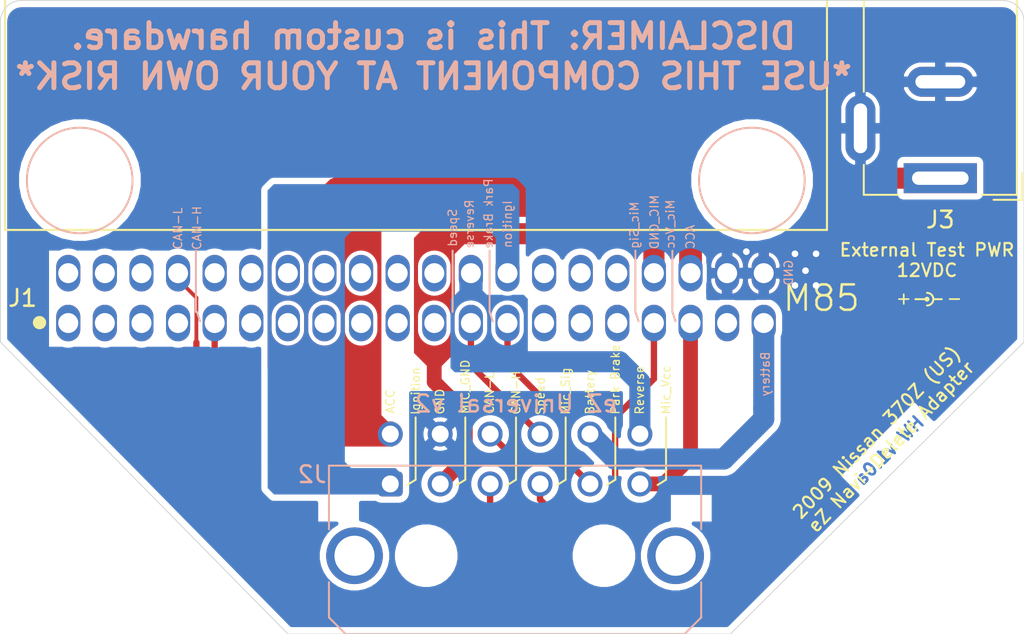
<source format=kicad_pcb>
(kicad_pcb (version 20171130) (host pcbnew "(5.1.9)-1")

  (general
    (thickness 1.6)
    (drawings 67)
    (tracks 64)
    (zones 0)
    (modules 3)
    (nets 40)
  )

  (page A4)
  (layers
    (0 F.Cu signal hide)
    (31 B.Cu signal hide)
    (32 B.Adhes user)
    (33 F.Adhes user)
    (34 B.Paste user)
    (35 F.Paste user)
    (36 B.SilkS user)
    (37 F.SilkS user hide)
    (38 B.Mask user)
    (39 F.Mask user)
    (40 Dwgs.User user)
    (41 Cmts.User user)
    (42 Eco1.User user)
    (43 Eco2.User user)
    (44 Edge.Cuts user)
    (45 Margin user)
    (46 B.CrtYd user)
    (47 F.CrtYd user)
    (48 B.Fab user)
    (49 F.Fab user)
  )

  (setup
    (last_trace_width 0.254)
    (trace_clearance 0.2032)
    (zone_clearance 0)
    (zone_45_only no)
    (trace_min 0.2)
    (via_size 0.8)
    (via_drill 0.4)
    (via_min_size 0.4)
    (via_min_drill 0.3)
    (uvia_size 0.3)
    (uvia_drill 0.1)
    (uvias_allowed no)
    (uvia_min_size 0.2)
    (uvia_min_drill 0.1)
    (edge_width 0.05)
    (segment_width 0.2)
    (pcb_text_width 0.3)
    (pcb_text_size 1.5 1.5)
    (mod_edge_width 0.12)
    (mod_text_size 1 1)
    (mod_text_width 0.15)
    (pad_size 2.2 1.45)
    (pad_drill 1.2)
    (pad_to_mask_clearance 0)
    (aux_axis_origin 127.508 84.455)
    (grid_origin 127.508 84.455)
    (visible_elements 7FFFFFFF)
    (pcbplotparams
      (layerselection 0x010f0_ffffffff)
      (usegerberextensions false)
      (usegerberattributes false)
      (usegerberadvancedattributes false)
      (creategerberjobfile false)
      (excludeedgelayer true)
      (linewidth 0.100000)
      (plotframeref false)
      (viasonmask false)
      (mode 1)
      (useauxorigin true)
      (hpglpennumber 1)
      (hpglpenspeed 20)
      (hpglpendiameter 15.000000)
      (psnegative false)
      (psa4output false)
      (plotreference true)
      (plotvalue true)
      (plotinvisibletext false)
      (padsonsilk false)
      (subtractmaskfromsilk false)
      (outputformat 1)
      (mirror false)
      (drillshape 0)
      (scaleselection 1)
      (outputdirectory "build/gerbers/"))
  )

  (net 0 "")
  (net 1 GND)
  (net 2 ACC)
  (net 3 MIC_GND)
  (net 4 "Net-(J1-Pad36)")
  (net 5 "Net-(J1-Pad35)")
  (net 6 "Net-(J1-Pad34)")
  (net 7 IGNITION)
  (net 8 REVERSE)
  (net 9 "Net-(J1-Pad31)")
  (net 10 "Net-(J1-Pad30)")
  (net 11 "Net-(J1-Pad29)")
  (net 12 "Net-(J1-Pad28)")
  (net 13 "Net-(J1-Pad27)")
  (net 14 "Net-(J1-Pad26)")
  (net 15 "Net-(J1-Pad25)")
  (net 16 CAN_L)
  (net 17 "Net-(J1-Pad23)")
  (net 18 "Net-(J1-Pad22)")
  (net 19 "Net-(J1-Pad21)")
  (net 20 BATTERY)
  (net 21 "Net-(J1-Pad19)")
  (net 22 MIC_VCC)
  (net 23 MIC_SIG)
  (net 24 "Net-(J1-Pad16)")
  (net 25 "Net-(J1-Pad15)")
  (net 26 "Net-(J1-Pad14)")
  (net 27 PARK_BRAKE)
  (net 28 SPEED)
  (net 29 "Net-(J1-Pad11)")
  (net 30 "Net-(J1-Pad10)")
  (net 31 "Net-(J1-Pad9)")
  (net 32 "Net-(J1-Pad8)")
  (net 33 "Net-(J1-Pad7)")
  (net 34 "Net-(J1-Pad6)")
  (net 35 CAN_H)
  (net 36 "Net-(J1-Pad4)")
  (net 37 "Net-(J1-Pad3)")
  (net 38 "Net-(J1-Pad2)")
  (net 39 "Net-(J1-Pad1)")

  (net_class Default "This is the default net class."
    (clearance 0.2032)
    (trace_width 0.254)
    (via_dia 0.8)
    (via_drill 0.4)
    (uvia_dia 0.3)
    (uvia_drill 0.1)
    (add_net ACC)
    (add_net BATTERY)
    (add_net CAN_H)
    (add_net CAN_L)
    (add_net GND)
    (add_net IGNITION)
    (add_net MIC_GND)
    (add_net MIC_SIG)
    (add_net MIC_VCC)
    (add_net "Net-(J1-Pad1)")
    (add_net "Net-(J1-Pad10)")
    (add_net "Net-(J1-Pad11)")
    (add_net "Net-(J1-Pad14)")
    (add_net "Net-(J1-Pad15)")
    (add_net "Net-(J1-Pad16)")
    (add_net "Net-(J1-Pad19)")
    (add_net "Net-(J1-Pad2)")
    (add_net "Net-(J1-Pad21)")
    (add_net "Net-(J1-Pad22)")
    (add_net "Net-(J1-Pad23)")
    (add_net "Net-(J1-Pad25)")
    (add_net "Net-(J1-Pad26)")
    (add_net "Net-(J1-Pad27)")
    (add_net "Net-(J1-Pad28)")
    (add_net "Net-(J1-Pad29)")
    (add_net "Net-(J1-Pad3)")
    (add_net "Net-(J1-Pad30)")
    (add_net "Net-(J1-Pad31)")
    (add_net "Net-(J1-Pad34)")
    (add_net "Net-(J1-Pad35)")
    (add_net "Net-(J1-Pad36)")
    (add_net "Net-(J1-Pad4)")
    (add_net "Net-(J1-Pad6)")
    (add_net "Net-(J1-Pad7)")
    (add_net "Net-(J1-Pad8)")
    (add_net "Net-(J1-Pad9)")
    (add_net PARK_BRAKE)
    (add_net REVERSE)
    (add_net SPEED)
  )

  (module 1318384-2:TE_1318384-2 (layer F.Cu) (tedit 60E9174F) (tstamp 60BDEE6E)
    (at 152.4635 64.262)
    (path /60A7D982)
    (clearance 0.254)
    (fp_text reference J1 (at -23.622 0) (layer F.SilkS)
      (effects (font (size 1.000488 1.000488) (thickness 0.1524)))
    )
    (fp_text value "2009 Harness Connector" (at -7.5565 -14.9225) (layer F.Fab)
      (effects (font (size 1.001685 1.001685) (thickness 0.015)))
    )
    (fp_circle (center -22.606 1.4732) (end -22.606 1.2732) (layer F.SilkS) (width 0.4))
    (fp_line (start 24.9712 2.6486) (end -24.9288 2.6486) (layer F.CrtYd) (width 0.05))
    (fp_line (start 24.9712 -21.3514) (end 24.9712 2.6486) (layer F.CrtYd) (width 0.05))
    (fp_line (start -24.9288 -21.3514) (end 24.9712 -21.3514) (layer F.CrtYd) (width 0.05))
    (fp_line (start -24.9288 2.6486) (end -24.9288 -21.3514) (layer F.CrtYd) (width 0.05))
    (fp_line (start 24.7212 -4.1014) (end -24.6788 -4.1014) (layer F.SilkS) (width 0.127))
    (fp_line (start 24.7212 -21.1014) (end 24.7212 -4.1014) (layer F.SilkS) (width 0.127))
    (fp_line (start -24.6788 -21.1014) (end 24.7212 -21.1014) (layer F.SilkS) (width 0.127))
    (fp_line (start -24.6788 -4.1014) (end -24.6788 -21.1014) (layer F.SilkS) (width 0.127))
    (fp_line (start 20.7212 1.4986) (end 21.1212 1.4986) (layer F.Fab) (width 0.127))
    (fp_line (start 21.1212 -4.1014) (end 21.1212 1.4986) (layer F.Fab) (width 0.127))
    (fp_line (start 20.7212 -4.1014) (end 20.7212 1.4986) (layer F.Fab) (width 0.127))
    (fp_line (start 18.5212 1.4986) (end 18.9212 1.4986) (layer F.Fab) (width 0.127))
    (fp_line (start 18.9212 -4.1014) (end 18.9212 1.4986) (layer F.Fab) (width 0.127))
    (fp_line (start 18.5212 -4.1014) (end 18.5212 1.4986) (layer F.Fab) (width 0.127))
    (fp_line (start 16.3212 1.4986) (end 16.7212 1.4986) (layer F.Fab) (width 0.127))
    (fp_line (start 16.7212 -4.1014) (end 16.7212 1.4986) (layer F.Fab) (width 0.127))
    (fp_line (start 16.3212 -4.1014) (end 16.3212 1.4986) (layer F.Fab) (width 0.127))
    (fp_line (start 14.1212 1.4986) (end 14.5212 1.4986) (layer F.Fab) (width 0.127))
    (fp_line (start 14.5212 -4.1014) (end 14.5212 1.4986) (layer F.Fab) (width 0.127))
    (fp_line (start 14.1212 -4.1014) (end 14.1212 1.4986) (layer F.Fab) (width 0.127))
    (fp_line (start 11.9212 1.4986) (end 12.3212 1.4986) (layer F.Fab) (width 0.127))
    (fp_line (start 12.3212 -4.1014) (end 12.3212 1.4986) (layer F.Fab) (width 0.127))
    (fp_line (start 11.9212 -4.1014) (end 11.9212 1.4986) (layer F.Fab) (width 0.127))
    (fp_line (start 9.7212 1.4986) (end 10.1212 1.4986) (layer F.Fab) (width 0.127))
    (fp_line (start 10.1212 -4.1014) (end 10.1212 1.4986) (layer F.Fab) (width 0.127))
    (fp_line (start 9.7212 -4.1014) (end 9.7212 1.4986) (layer F.Fab) (width 0.127))
    (fp_line (start 7.5212 1.4986) (end 7.9212 1.4986) (layer F.Fab) (width 0.127))
    (fp_line (start 7.9212 -4.1014) (end 7.9212 1.4986) (layer F.Fab) (width 0.127))
    (fp_line (start 7.5212 -4.1014) (end 7.5212 1.4986) (layer F.Fab) (width 0.127))
    (fp_line (start 5.3212 1.4986) (end 5.7212 1.4986) (layer F.Fab) (width 0.127))
    (fp_line (start 5.7212 -4.1014) (end 5.7212 1.4986) (layer F.Fab) (width 0.127))
    (fp_line (start 5.3212 -4.1014) (end 5.3212 1.4986) (layer F.Fab) (width 0.127))
    (fp_line (start 3.1212 1.4986) (end 3.5212 1.4986) (layer F.Fab) (width 0.127))
    (fp_line (start 3.5212 -4.1014) (end 3.5212 1.4986) (layer F.Fab) (width 0.127))
    (fp_line (start 3.1212 -4.1014) (end 3.1212 1.4986) (layer F.Fab) (width 0.127))
    (fp_line (start 0.9212 1.4986) (end 1.3212 1.4986) (layer F.Fab) (width 0.127))
    (fp_line (start 1.3212 -4.1014) (end 1.3212 1.4986) (layer F.Fab) (width 0.127))
    (fp_line (start 0.9212 -4.1014) (end 0.9212 1.4986) (layer F.Fab) (width 0.127))
    (fp_line (start -1.2788 1.4986) (end -0.8788 1.4986) (layer F.Fab) (width 0.127))
    (fp_line (start -0.8788 -4.1014) (end -0.8788 1.4986) (layer F.Fab) (width 0.127))
    (fp_line (start -1.2788 -4.1014) (end -1.2788 1.4986) (layer F.Fab) (width 0.127))
    (fp_line (start -3.4788 1.4986) (end -3.0788 1.4986) (layer F.Fab) (width 0.127))
    (fp_line (start -3.0788 -4.1014) (end -3.0788 1.4986) (layer F.Fab) (width 0.127))
    (fp_line (start -3.4788 -4.1014) (end -3.4788 1.4986) (layer F.Fab) (width 0.127))
    (fp_line (start -5.6788 1.4986) (end -5.2788 1.4986) (layer F.Fab) (width 0.127))
    (fp_line (start -5.2788 -4.1014) (end -5.2788 1.4986) (layer F.Fab) (width 0.127))
    (fp_line (start -5.6788 -4.1014) (end -5.6788 1.4986) (layer F.Fab) (width 0.127))
    (fp_line (start -7.8788 1.4986) (end -7.4788 1.4986) (layer F.Fab) (width 0.127))
    (fp_line (start -7.4788 -4.1014) (end -7.4788 1.4986) (layer F.Fab) (width 0.127))
    (fp_line (start -7.8788 -4.1014) (end -7.8788 1.4986) (layer F.Fab) (width 0.127))
    (fp_line (start -10.0788 1.4986) (end -9.6788 1.4986) (layer F.Fab) (width 0.127))
    (fp_line (start -9.6788 -4.1014) (end -9.6788 1.4986) (layer F.Fab) (width 0.127))
    (fp_line (start -10.0788 -4.1014) (end -10.0788 1.4986) (layer F.Fab) (width 0.127))
    (fp_line (start -12.2788 1.4986) (end -11.8788 1.4986) (layer F.Fab) (width 0.127))
    (fp_line (start -11.8788 -4.1014) (end -11.8788 1.4986) (layer F.Fab) (width 0.127))
    (fp_line (start -12.2788 -4.1014) (end -12.2788 1.4986) (layer F.Fab) (width 0.127))
    (fp_line (start -14.4788 1.4986) (end -14.0788 1.4986) (layer F.Fab) (width 0.127))
    (fp_line (start -14.0788 -4.1014) (end -14.0788 1.4986) (layer F.Fab) (width 0.127))
    (fp_line (start -14.4788 -4.1014) (end -14.4788 1.4986) (layer F.Fab) (width 0.127))
    (fp_line (start -16.6788 1.4986) (end -16.2788 1.4986) (layer F.Fab) (width 0.127))
    (fp_line (start -16.2788 -4.1014) (end -16.2788 1.4986) (layer F.Fab) (width 0.127))
    (fp_line (start -16.6788 -4.1014) (end -16.6788 1.4986) (layer F.Fab) (width 0.127))
    (fp_line (start -18.8788 1.4986) (end -18.4788 1.4986) (layer F.Fab) (width 0.127))
    (fp_line (start -18.4788 -4.1014) (end -18.4788 1.4986) (layer F.Fab) (width 0.127))
    (fp_line (start -18.8788 -4.1014) (end -18.8788 1.4986) (layer F.Fab) (width 0.127))
    (fp_line (start -21.0788 1.4986) (end -20.6788 1.4986) (layer F.Fab) (width 0.127))
    (fp_line (start -20.6788 -4.1014) (end -20.6788 1.4986) (layer F.Fab) (width 0.127))
    (fp_line (start -21.0788 -4.1014) (end -21.0788 1.4986) (layer F.Fab) (width 0.127))
    (fp_line (start -21.0788 -4.1014) (end -24.6788 -4.1014) (layer F.Fab) (width 0.127))
    (fp_line (start -20.6788 -4.1014) (end -21.0788 -4.1014) (layer F.Fab) (width 0.127))
    (fp_line (start 24.7212 -4.1014) (end -20.6788 -4.1014) (layer F.Fab) (width 0.127))
    (fp_line (start 24.7212 -21.1014) (end 24.7212 -4.1014) (layer F.Fab) (width 0.127))
    (fp_line (start -24.6788 -21.1014) (end 24.7212 -21.1014) (layer F.Fab) (width 0.127))
    (fp_line (start -24.6788 -4.1014) (end -24.6788 -21.1014) (layer F.Fab) (width 0.127))
    (fp_text user PCB~EDGE (at -0.0635 -22.1615) (layer F.Fab)
      (effects (font (size 1.001819 1.001819) (thickness 0.015)))
    )
    (pad 1 thru_hole oval (at -20.8788 1.4986 90) (size 2.2 1.45) (drill 1.2) (layers *.Cu *.Mask)
      (net 39 "Net-(J1-Pad1)"))
    (pad 2 thru_hole oval (at -18.6788 1.4986 90) (size 2.2 1.45) (drill 1.2) (layers *.Cu *.Mask)
      (net 38 "Net-(J1-Pad2)"))
    (pad 3 thru_hole oval (at -16.4788 1.4986 90) (size 2.2 1.45) (drill 1.2) (layers *.Cu *.Mask)
      (net 37 "Net-(J1-Pad3)"))
    (pad 4 thru_hole oval (at -14.2788 1.4986 90) (size 2.2 1.45) (drill 1.2) (layers *.Cu *.Mask)
      (net 36 "Net-(J1-Pad4)"))
    (pad 5 thru_hole oval (at -12.0788 1.4986 90) (size 2.2 1.45) (drill 1.2) (layers *.Cu *.Mask)
      (net 35 CAN_H))
    (pad 6 thru_hole oval (at -9.8788 1.4986 90) (size 2.2 1.45) (drill 1.2) (layers *.Cu *.Mask)
      (net 34 "Net-(J1-Pad6)"))
    (pad 7 thru_hole oval (at -7.6788 1.4986 90) (size 2.2 1.45) (drill 1.2) (layers *.Cu *.Mask)
      (net 33 "Net-(J1-Pad7)"))
    (pad 8 thru_hole oval (at -5.4788 1.4986 90) (size 2.2 1.45) (drill 1.2) (layers *.Cu *.Mask)
      (net 32 "Net-(J1-Pad8)"))
    (pad 9 thru_hole oval (at -3.2788 1.4986 90) (size 2.2 1.45) (drill 1.2) (layers *.Cu *.Mask)
      (net 31 "Net-(J1-Pad9)"))
    (pad 10 thru_hole oval (at -1.0788 1.4986 90) (size 2.2 1.45) (drill 1.2) (layers *.Cu *.Mask)
      (net 30 "Net-(J1-Pad10)"))
    (pad 11 thru_hole oval (at 1.1212 1.4986 90) (size 2.2 1.45) (drill 1.2) (layers *.Cu *.Mask)
      (net 29 "Net-(J1-Pad11)"))
    (pad 12 thru_hole oval (at 3.3212 1.4986 90) (size 2.2 1.45) (drill 1.2) (layers *.Cu *.Mask)
      (net 28 SPEED))
    (pad 13 thru_hole oval (at 5.5212 1.4986 90) (size 2.2 1.45) (drill 1.2) (layers *.Cu *.Mask)
      (net 27 PARK_BRAKE))
    (pad 14 thru_hole oval (at 7.7212 1.4986 90) (size 2.2 1.45) (drill 1.2) (layers *.Cu *.Mask)
      (net 26 "Net-(J1-Pad14)"))
    (pad 15 thru_hole oval (at 9.9212 1.4986 90) (size 2.2 1.45) (drill 1.2) (layers *.Cu *.Mask)
      (net 25 "Net-(J1-Pad15)"))
    (pad 16 thru_hole oval (at 12.1212 1.4986 90) (size 2.2 1.45) (drill 1.2) (layers *.Cu *.Mask)
      (net 24 "Net-(J1-Pad16)"))
    (pad 17 thru_hole oval (at 14.3212 1.4986 90) (size 2.2 1.45) (drill 1.2) (layers *.Cu *.Mask)
      (net 23 MIC_SIG))
    (pad 18 thru_hole oval (at 16.5212 1.4986 90) (size 2.2 1.45) (drill 1.2) (layers *.Cu *.Mask)
      (net 22 MIC_VCC))
    (pad 19 thru_hole oval (at 18.7212 1.4986 90) (size 2.2 1.45) (drill 1.2) (layers *.Cu *.Mask)
      (net 21 "Net-(J1-Pad19)"))
    (pad 20 thru_hole oval (at 20.9212 1.4986 90) (size 2.2 1.45) (drill 1.2) (layers *.Cu *.Mask)
      (net 20 BATTERY))
    (pad 21 thru_hole oval (at -20.8788 -1.5014 90) (size 2.2 1.45) (drill 1.2) (layers *.Cu *.Mask)
      (net 19 "Net-(J1-Pad21)"))
    (pad 22 thru_hole oval (at -18.6788 -1.5014 90) (size 2.2 1.45) (drill 1.2) (layers *.Cu *.Mask)
      (net 18 "Net-(J1-Pad22)"))
    (pad 23 thru_hole oval (at -16.4788 -1.5014 90) (size 2.2 1.45) (drill 1.2) (layers *.Cu *.Mask)
      (net 17 "Net-(J1-Pad23)"))
    (pad 24 thru_hole oval (at -14.2788 -1.5014 90) (size 2.2 1.45) (drill 1.2) (layers *.Cu *.Mask)
      (net 16 CAN_L))
    (pad 25 thru_hole oval (at -12.0788 -1.5014 90) (size 2.2 1.45) (drill 1.2) (layers *.Cu *.Mask)
      (net 15 "Net-(J1-Pad25)"))
    (pad 26 thru_hole oval (at -9.8788 -1.5014 90) (size 2.2 1.45) (drill 1.2) (layers *.Cu *.Mask)
      (net 14 "Net-(J1-Pad26)"))
    (pad 27 thru_hole oval (at -7.6788 -1.5014 90) (size 2.2 1.45) (drill 1.2) (layers *.Cu *.Mask)
      (net 13 "Net-(J1-Pad27)"))
    (pad 28 thru_hole oval (at -5.4788 -1.5014 90) (size 2.2 1.45) (drill 1.2) (layers *.Cu *.Mask)
      (net 12 "Net-(J1-Pad28)"))
    (pad 29 thru_hole oval (at -3.2788 -1.5014 90) (size 2.2 1.45) (drill 1.2) (layers *.Cu *.Mask)
      (net 11 "Net-(J1-Pad29)"))
    (pad 30 thru_hole oval (at -1.0788 -1.5014 90) (size 2.2 1.45) (drill 1.2) (layers *.Cu *.Mask)
      (net 10 "Net-(J1-Pad30)"))
    (pad 31 thru_hole oval (at 1.1212 -1.5014 90) (size 2.2 1.45) (drill 1.2) (layers *.Cu *.Mask)
      (net 9 "Net-(J1-Pad31)"))
    (pad 32 thru_hole oval (at 3.3212 -1.5014 90) (size 2.2 1.45) (drill 1.2) (layers *.Cu *.Mask)
      (net 8 REVERSE))
    (pad 33 thru_hole oval (at 5.5212 -1.5014 90) (size 2.2 1.45) (drill 1.2) (layers *.Cu *.Mask)
      (net 7 IGNITION))
    (pad 34 thru_hole oval (at 7.7212 -1.5014 90) (size 2.2 1.45) (drill 1.2) (layers *.Cu *.Mask)
      (net 6 "Net-(J1-Pad34)"))
    (pad 35 thru_hole oval (at 9.9212 -1.5014 90) (size 2.2 1.45) (drill 1.2) (layers *.Cu *.Mask)
      (net 5 "Net-(J1-Pad35)"))
    (pad 36 thru_hole oval (at 12.1212 -1.5014 90) (size 2.2 1.45) (drill 1.2) (layers *.Cu *.Mask)
      (net 4 "Net-(J1-Pad36)"))
    (pad 37 thru_hole oval (at 14.3212 -1.5014 90) (size 2.2 1.45) (drill 1.2) (layers *.Cu *.Mask)
      (net 3 MIC_GND))
    (pad 38 thru_hole oval (at 16.5212 -1.5014 90) (size 2.2 1.45) (drill 1.2) (layers *.Cu *.Mask)
      (net 2 ACC))
    (pad 39 thru_hole oval (at 18.7212 -1.5014 90) (size 2.2 1.45) (drill 1.2) (layers *.Cu *.Mask)
      (net 1 GND))
    (pad 40 thru_hole oval (at 20.9212 -1.5014 90) (size 2.2 1.45) (drill 1.2) (layers *.Cu *.Mask)
      (net 1 GND))
    (pad "" np_thru_hole circle (at -20.1788 -7.1014 90) (size 3.500001 3.500001) (drill 3.500001) (layers *.Cu *.Mask)
      (clearance 1.905))
    (pad "" np_thru_hole circle (at 20.2212 -7.1014 90) (size 3.500001 3.500001) (drill 3.500001) (layers *.Cu *.Mask)
      (clearance 1.905))
    (model C:/Users/Ryan/Documents/KiCAD/CustomLibs/3D_CAD/te_connectivity/1318384-2.step
      (offset (xyz 0 22.6568 7.8486))
      (scale (xyz 1 1 1))
      (rotate (xyz -90 0 -180))
    )
  )

  (module _my_molex:Molex_Micro-Fit_3.0_43045-1221_2x06-1MP_DualMount_P3.00mm_Horizontal (layer B.Cu) (tedit 60E9117C) (tstamp 60BDC60D)
    (at 150.9395 75.438)
    (descr "Molex Micro-Fit 3.0 Connector System, 43045-1221 (alternative finishes: 43045-122x), 6 Pins per row (https://www.molex.com/pdm_docs/sd/430450221_sd.pdf), generated with kicad-footprint-generator")
    (tags "connector Molex Micro-Fit_3.0 horizontal")
    (path /60A841D4)
    (fp_text reference J2 (at -4.699 -0.5715) (layer B.SilkS)
      (effects (font (size 1 1) (thickness 0.15)) (justify mirror))
    )
    (fp_text value "eZ Universal" (at 7.5 -5.7) (layer B.Fab)
      (effects (font (size 1 1) (thickness 0.15)) (justify mirror))
    )
    (fp_line (start -4.325 2.26) (end -4.325 0.66) (layer Dwgs.User) (width 0.1))
    (fp_line (start -4.325 0.66) (end -1.875 0.66) (layer Dwgs.User) (width 0.1))
    (fp_line (start -1.875 0.66) (end -1.875 2.26) (layer Dwgs.User) (width 0.1))
    (fp_line (start -1.875 2.26) (end -4.325 2.26) (layer Dwgs.User) (width 0.1))
    (fp_line (start 16.875 2.26) (end 16.875 0.66) (layer Dwgs.User) (width 0.1))
    (fp_line (start 16.875 0.66) (end 19.325 0.66) (layer Dwgs.User) (width 0.1))
    (fp_line (start 19.325 0.66) (end 19.325 2.26) (layer Dwgs.User) (width 0.1))
    (fp_line (start 19.325 2.26) (end 16.875 2.26) (layer Dwgs.User) (width 0.1))
    (fp_line (start -3.575 -0.99) (end -3.575 7.92) (layer B.Fab) (width 0.1))
    (fp_line (start -3.575 7.92) (end -2.575 8.92) (layer B.Fab) (width 0.1))
    (fp_line (start -2.575 8.92) (end 17.575 8.92) (layer B.Fab) (width 0.1))
    (fp_line (start 17.575 8.92) (end 18.575 7.92) (layer B.Fab) (width 0.1))
    (fp_line (start 18.575 7.92) (end 18.575 -0.99) (layer B.Fab) (width 0.1))
    (fp_line (start 18.575 -0.99) (end -3.575 -0.99) (layer B.Fab) (width 0.1))
    (fp_line (start -0.75 -0.99) (end 0 0) (layer B.Fab) (width 0.1))
    (fp_line (start 0 0) (end 0.75 -0.99) (layer B.Fab) (width 0.1))
    (fp_line (start -3.685 5.915) (end -3.685 8.03) (layer B.SilkS) (width 0.12))
    (fp_line (start -3.685 8.03) (end -2.685 9.03) (layer B.SilkS) (width 0.12))
    (fp_line (start -2.685 9.03) (end 17.685 9.03) (layer B.SilkS) (width 0.12))
    (fp_line (start 17.685 9.03) (end 18.685 8.03) (layer B.SilkS) (width 0.12))
    (fp_line (start 18.685 8.03) (end 18.685 5.915) (layer B.SilkS) (width 0.12))
    (fp_line (start -3.685 2.725) (end -3.685 -1.1) (layer B.SilkS) (width 0.12))
    (fp_line (start -3.685 -1.1) (end 18.685 -1.1) (layer B.SilkS) (width 0.12))
    (fp_line (start 18.685 -1.1) (end 18.685 2.725) (layer B.SilkS) (width 0.12))
    (fp_line (start -4.36 -1.49) (end -4.36 9.42) (layer B.CrtYd) (width 0.05))
    (fp_line (start -4.36 9.42) (end 19.36 9.42) (layer B.CrtYd) (width 0.05))
    (fp_line (start 19.36 9.42) (end 19.36 -1.49) (layer B.CrtYd) (width 0.05))
    (fp_line (start 19.36 -1.49) (end 16.25 -1.49) (layer B.CrtYd) (width 0.05))
    (fp_line (start 16.25 -1.49) (end 16.25 -4.25) (layer B.CrtYd) (width 0.05))
    (fp_line (start 16.25 -4.25) (end -1.25 -4.25) (layer B.CrtYd) (width 0.05))
    (fp_line (start -1.25 -4.25) (end -1.25 -1.49) (layer B.CrtYd) (width 0.05))
    (fp_line (start -1.25 -1.49) (end -4.36 -1.49) (layer B.CrtYd) (width 0.05))
    (fp_text user %R (at 7.5 8.22) (layer B.Fab)
      (effects (font (size 1 1) (thickness 0.15)) (justify mirror))
    )
    (fp_text user "CU KEEPOUT" (at 18.1 1.46) (layer Cmts.User)
      (effects (font (size 0.245 0.245) (thickness 0.03675)))
    )
    (fp_text user "CU KEEPOUT" (at -3.1 1.46) (layer Cmts.User)
      (effects (font (size 0.245 0.245) (thickness 0.03675)))
    )
    (pad "" np_thru_hole circle (at 12.841 4.318) (size 2.9972 2.9972) (drill 2.9972) (layers *.Cu *.Mask))
    (pad "" np_thru_hole circle (at 2.159 4.318) (size 2.9972 2.9972) (drill 2.9972) (layers *.Cu *.Mask))
    (pad 12 thru_hole circle (at 15 -3) (size 1.5 1.5) (drill 1.02) (layers *.Cu *.Mask)
      (net 8 REVERSE))
    (pad 11 thru_hole circle (at 12 -3) (size 1.5 1.5) (drill 1.02) (layers *.Cu *.Mask)
      (net 20 BATTERY))
    (pad 10 thru_hole circle (at 9 -3) (size 1.5 1.5) (drill 1.02) (layers *.Cu *.Mask)
      (net 28 SPEED))
    (pad 9 thru_hole circle (at 6 -3) (size 1.5 1.5) (drill 1.02) (layers *.Cu *.Mask)
      (net 16 CAN_L))
    (pad 8 thru_hole circle (at 3 -3) (size 1.5 1.5) (drill 1.02) (layers *.Cu *.Mask)
      (net 1 GND) (clearance 0.254))
    (pad 7 thru_hole circle (at 0 -3) (size 1.5 1.5) (drill 1.02) (layers *.Cu *.Mask)
      (net 2 ACC))
    (pad 6 thru_hole circle (at 15 0) (size 1.5 1.5) (drill 1.02) (layers *.Cu *.Mask)
      (net 22 MIC_VCC))
    (pad 5 thru_hole circle (at 12 0) (size 1.5 1.5) (drill 1.02) (layers *.Cu *.Mask)
      (net 27 PARK_BRAKE))
    (pad 4 thru_hole circle (at 9 0) (size 1.5 1.5) (drill 1.02) (layers *.Cu *.Mask)
      (net 23 MIC_SIG))
    (pad 3 thru_hole circle (at 6 0) (size 1.5 1.5) (drill 1.02) (layers *.Cu *.Mask)
      (net 35 CAN_H))
    (pad 2 thru_hole circle (at 3 0) (size 1.5 1.5) (drill 1.02) (layers *.Cu *.Mask)
      (net 3 MIC_GND))
    (pad 1 thru_hole roundrect (at 0 0) (size 1.5 1.5) (drill 1.02) (layers *.Cu *.Mask) (roundrect_rratio 0.1666666666666667)
      (net 7 IGNITION))
    (pad MP thru_hole circle (at 17.15 4.32) (size 3.41 3.41) (drill 2.41) (layers *.Cu *.Mask))
    (pad MP thru_hole circle (at -2.15 4.32) (size 3.41 3.41) (drill 2.41) (layers *.Cu *.Mask))
    (model C:/Users/Ryan/Documents/KiCAD/CustomLibs/3D_CAD/molex/430451221.stp
      (offset (xyz 7.493 3.9624 3.937))
      (scale (xyz 1 1 1))
      (rotate (xyz -90 0 180))
    )
    (model C:/Users/Ryan/Documents/KiCAD/CustomLibs/3D_CAD/molex/430451200.stp
      (offset (xyz 7.493 3.9624 3.937))
      (scale (xyz 1 1 1))
      (rotate (xyz -90 0 180))
    )
  )

  (module Connector_BarrelJack:BarrelJack_Wuerth_6941xx301002 locked (layer F.Cu) (tedit 5B191DE1) (tstamp 60A8EE9B)
    (at 183.9976 57.0484 180)
    (descr "Wuerth electronics barrel jack connector (5.5mm outher diameter, inner diameter 2.05mm or 2.55mm depending on exact order number), See: http://katalog.we-online.de/em/datasheet/6941xx301002.pdf")
    (tags "connector barrel jack")
    (path /60A9D3FD)
    (fp_text reference J3 (at 0 -2.5) (layer F.SilkS)
      (effects (font (size 1 1) (thickness 0.15)))
    )
    (fp_text value Power (at 0 15.5) (layer F.Fab)
      (effects (font (size 1 1) (thickness 0.15)))
    )
    (fp_line (start 5 14.1) (end 5 5.5) (layer F.CrtYd) (width 0.05))
    (fp_line (start 4.6 5.2) (end 4.6 13.7) (layer F.SilkS) (width 0.12))
    (fp_line (start -4.5 0.1) (end -3.5 -0.9) (layer F.Fab) (width 0.1))
    (fp_line (start 4.5 -0.9) (end -3.5 -0.9) (layer F.Fab) (width 0.1))
    (fp_line (start 4.5 -0.9) (end 4.5 13.6) (layer F.Fab) (width 0.1))
    (fp_line (start 4.5 13.6) (end -4.5 13.6) (layer F.Fab) (width 0.1))
    (fp_line (start -4.5 13.6) (end -4.5 0.1) (layer F.Fab) (width 0.1))
    (fp_line (start 4.6 13.7) (end -4.6 13.7) (layer F.SilkS) (width 0.12))
    (fp_line (start -4.6 13.7) (end -4.6 -1) (layer F.SilkS) (width 0.12))
    (fp_line (start 2.5 -1) (end 4.6 -1) (layer F.SilkS) (width 0.12))
    (fp_line (start 4.6 -1) (end 4.6 0.8) (layer F.SilkS) (width 0.12))
    (fp_line (start -3.2 -1.3) (end -4.9 -1.3) (layer F.SilkS) (width 0.12))
    (fp_line (start -4.9 -1.3) (end -4.9 0.3) (layer F.SilkS) (width 0.12))
    (fp_line (start 5 -1.4) (end -5 -1.4) (layer F.CrtYd) (width 0.05))
    (fp_line (start -5 -1.4) (end -5 14.1) (layer F.CrtYd) (width 0.05))
    (fp_line (start -5 14.1) (end 5 14.1) (layer F.CrtYd) (width 0.05))
    (fp_line (start 5 0.5) (end 5 -1.4) (layer F.CrtYd) (width 0.05))
    (fp_line (start 6.2 0.5) (end 6.2 5.5) (layer F.CrtYd) (width 0.05))
    (fp_line (start 6.2 5.5) (end 5 5.5) (layer F.CrtYd) (width 0.05))
    (fp_line (start 6.2 0.5) (end 5 0.5) (layer F.CrtYd) (width 0.05))
    (fp_line (start -4.6 -1) (end -2.5 -1) (layer F.SilkS) (width 0.12))
    (fp_text user %R (at 0 7.5) (layer F.Fab)
      (effects (font (size 1 1) (thickness 0.15)))
    )
    (pad 1 thru_hole rect (at 0 0 180) (size 4.4 1.8) (drill oval 3.4 0.8) (layers *.Cu *.Mask)
      (net 2 ACC))
    (pad 2 thru_hole oval (at 0 5.8 180) (size 4 1.8) (drill oval 3 0.8) (layers *.Cu *.Mask)
      (net 1 GND))
    (pad 3 thru_hole oval (at 4.8 3 270) (size 4 1.8) (drill oval 3 0.8) (layers *.Cu *.Mask)
      (net 1 GND))
    (model C:/Users/Ryan/Documents/KiCAD/CustomLibs/3D_CAD/RAPC722X--3DModel-STEP-1.STEP
      (offset (xyz 0 -13.7414 6.477))
      (scale (xyz 1 1 1))
      (rotate (xyz -90 0 0))
    )
  )

  (gr_text "eZ Universal v2" (at 158.496 70.612) (layer B.SilkS)
    (effects (font (size 1.016 1.016) (thickness 0.1524)) (justify mirror))
  )
  (gr_text M85 (at 176.8475 64.262) (layer F.SilkS) (tstamp 60BDEAB5)
    (effects (font (size 1.524 1.524) (thickness 0.1524)))
  )
  (gr_line (start 139.319 65.0875) (end 139.5095 65.659) (layer B.SilkS) (width 0.12) (tstamp 60AB69CC))
  (gr_line (start 139.2555 61.4045) (end 139.2555 65.0875) (layer B.SilkS) (width 0.12) (tstamp 60AB69CB))
  (gr_line (start 154.686 61.4045) (end 154.686 65.0875) (layer B.SilkS) (width 0.12) (tstamp 60AB69C7))
  (gr_line (start 156.9085 65.0875) (end 157.099 65.659) (layer B.SilkS) (width 0.12) (tstamp 60AB69C4))
  (gr_line (start 156.9085 61.4045) (end 156.9085 65.0875) (layer B.SilkS) (width 0.12) (tstamp 60AB69C3))
  (gr_line (start 165.6715 65.0875) (end 165.862 65.659) (layer B.SilkS) (width 0.12) (tstamp 60AB69C0))
  (gr_line (start 165.6715 61.4045) (end 165.6715 65.0875) (layer B.SilkS) (width 0.12) (tstamp 60AB69BF))
  (gr_line (start 167.894 65.0875) (end 168.0845 65.659) (layer B.SilkS) (width 0.12) (tstamp 60AB69D4))
  (gr_line (start 167.894 61.4045) (end 167.894 65.0875) (layer B.SilkS) (width 0.12))
  (gr_text Mic_Vcc (at 167.767 58.293 90) (layer B.SilkS) (tstamp 60AB69B2)
    (effects (font (size 0.508 0.508) (thickness 0.0762)) (justify left mirror))
  )
  (gr_text Reverse (at 155.702 58.293 90) (layer B.SilkS) (tstamp 60AB69AF)
    (effects (font (size 0.508 0.508) (thickness 0.0762)) (justify left mirror))
  )
  (gr_text "Park Brake" (at 156.845 57.023 90) (layer B.SilkS) (tstamp 60AB69AC)
    (effects (font (size 0.508 0.508) (thickness 0.0762)) (justify left mirror))
  )
  (gr_text GND (at 174.879 62.738 90) (layer B.SilkS) (tstamp 60AB69A6)
    (effects (font (size 0.508 0.508) (thickness 0.0762)) (justify mirror))
  )
  (gr_text Battery (at 173.482 67.437 90) (layer B.SilkS) (tstamp 60AB699F)
    (effects (font (size 0.508 0.508) (thickness 0.0762)) (justify left mirror))
  )
  (gr_text Mic_Sig (at 165.608 61.341 90) (layer B.SilkS) (tstamp 60AB699C)
    (effects (font (size 0.508 0.508) (thickness 0.0762)) (justify right mirror))
  )
  (gr_text Speed (at 154.686 61.214 90) (layer B.SilkS) (tstamp 60AB6997)
    (effects (font (size 0.508 0.508) (thickness 0.0762)) (justify right mirror))
  )
  (gr_text MIC_GND (at 166.8145 59.69 90) (layer B.SilkS) (tstamp 60AB6990)
    (effects (font (size 0.508 0.508) (thickness 0.0762)) (justify mirror))
  )
  (gr_text Ignition (at 157.988 59.817 90) (layer B.SilkS) (tstamp 60AB698D)
    (effects (font (size 0.508 0.508) (thickness 0.0762)) (justify mirror))
  )
  (gr_text ACC (at 168.9735 60.579 90) (layer B.SilkS) (tstamp 60AB698A)
    (effects (font (size 0.508 0.508) (thickness 0.0762)) (justify mirror))
  )
  (gr_text CAN-L (at 138.176 60.071 90) (layer B.SilkS) (tstamp 60AB6987)
    (effects (font (size 0.508 0.508) (thickness 0.0762)))
  )
  (gr_text CAN-H (at 139.319 58.674 90) (layer B.SilkS) (tstamp 60AB6957)
    (effects (font (size 0.508 0.508) (thickness 0.0762)) (justify right))
  )
  (gr_text "Park Brake" (at 164.465 71.3105 90) (layer F.SilkS) (tstamp 60AB6953)
    (effects (font (size 0.508 0.508) (thickness 0.0762)) (justify left))
  )
  (gr_line (start 167.513 71.4375) (end 167.513 75.184) (layer F.SilkS) (width 0.12) (tstamp 60AB694B))
  (gr_line (start 167.513 75.184) (end 167.005 75.5015) (layer F.SilkS) (width 0.12) (tstamp 60AB694A))
  (gr_line (start 164.465 71.4375) (end 164.465 75.184) (layer F.SilkS) (width 0.12) (tstamp 60AB6947))
  (gr_line (start 164.465 75.184) (end 163.957 75.5015) (layer F.SilkS) (width 0.12) (tstamp 60AB6946))
  (gr_line (start 161.4805 75.184) (end 160.9725 75.5015) (layer F.SilkS) (width 0.12) (tstamp 60AB6943))
  (gr_line (start 161.4805 71.4375) (end 161.4805 75.184) (layer F.SilkS) (width 0.12) (tstamp 60AB6942))
  (gr_line (start 158.496 75.184) (end 157.988 75.5015) (layer F.SilkS) (width 0.12) (tstamp 60AB693F))
  (gr_line (start 158.496 71.4375) (end 158.496 75.184) (layer F.SilkS) (width 0.12) (tstamp 60AB693E))
  (gr_line (start 155.448 71.4375) (end 155.448 75.184) (layer F.SilkS) (width 0.12) (tstamp 60AB693B))
  (gr_line (start 155.448 75.184) (end 154.94 75.5015) (layer F.SilkS) (width 0.12) (tstamp 60AB693A))
  (gr_line (start 152.4635 75.184) (end 151.9555 75.5015) (layer F.SilkS) (width 0.12))
  (gr_line (start 152.4635 71.4375) (end 152.4635 75.184) (layer F.SilkS) (width 0.12))
  (gr_text Mic_Vcc (at 167.513 71.3105 90) (layer F.SilkS) (tstamp 60AB690E)
    (effects (font (size 0.508 0.508) (thickness 0.0762)) (justify left))
  )
  (gr_text Reverse (at 165.9255 71.3105 90) (layer F.SilkS) (tstamp 60AB690B)
    (effects (font (size 0.508 0.508) (thickness 0.0762)) (justify left))
  )
  (gr_text Battery (at 162.941 71.3105 90) (layer F.SilkS) (tstamp 60AB6907)
    (effects (font (size 0.508 0.508) (thickness 0.0762)) (justify left))
  )
  (gr_text Mic_Sig (at 161.4805 68.3895 90) (layer F.SilkS) (tstamp 60AB6903)
    (effects (font (size 0.508 0.508) (thickness 0.0762)) (justify right))
  )
  (gr_text Speed (at 159.9565 68.961 90) (layer F.SilkS) (tstamp 60AB68FF)
    (effects (font (size 0.508 0.508) (thickness 0.0762)) (justify right))
  )
  (gr_text MIC_GND (at 155.448 69.596 90) (layer F.SilkS) (tstamp 60AB68F2)
    (effects (font (size 0.508 0.508) (thickness 0.0762)))
  )
  (gr_text CAN-H (at 158.496 68.58 90) (layer F.SilkS) (tstamp 60AB68E9)
    (effects (font (size 0.508 0.508) (thickness 0.0762)) (justify right))
  )
  (gr_text CAN-L (at 156.9085 69.977 90) (layer F.SilkS) (tstamp 60AB68E6)
    (effects (font (size 0.508 0.508) (thickness 0.0762)))
  )
  (gr_text GND (at 153.924 70.485 90) (layer F.SilkS) (tstamp 60AB68E3)
    (effects (font (size 0.508 0.508) (thickness 0.0762)))
  )
  (gr_text ACC (at 150.9395 70.485 90) (layer F.SilkS) (tstamp 60AB68DC)
    (effects (font (size 0.508 0.508) (thickness 0.0762)))
  )
  (gr_text Ignition (at 152.4635 69.85 90) (layer F.SilkS)
    (effects (font (size 0.508 0.508) (thickness 0.0762)))
  )
  (gr_text - (at 184.8485 64.262) (layer F.SilkS) (tstamp 60AB6628)
    (effects (font (size 0.762 0.762) (thickness 0.1016)))
  )
  (gr_text + (at 181.8005 64.262) (layer F.SilkS)
    (effects (font (size 0.762 0.762) (thickness 0.1016)))
  )
  (gr_line (start 183.5785 64.3255) (end 184.0865 64.3255) (layer F.SilkS) (width 0.12))
  (gr_arc (start 183.1975 64.3255) (end 183.1975 64.7065) (angle -180) (layer F.SilkS) (width 0.12))
  (gr_circle (center 183.1975 64.3255) (end 183.261 64.262) (layer F.SilkS) (width 0.12))
  (gr_line (start 182.499 64.3255) (end 183.1975 64.3255) (layer F.SilkS) (width 0.12))
  (gr_text "External Test PWR\n12VDC" (at 183.1975 61.976) (layer F.SilkS)
    (effects (font (size 0.762 0.762) (thickness 0.127)))
  )
  (gr_text "DISCLAIMER: This is custom harwdare.\n*USE THIS COMPONENT AT YOUR OWN RISK*" (at 153.543 49.7205) (layer B.SilkS)
    (effects (font (size 1.5 1.5) (thickness 0.3)) (justify mirror))
  )
  (gr_text "HW v1.0a" (at 180.92166 73.42632 45) (layer B.Cu)
    (effects (font (size 0.762 0.762) (thickness 0.1524)) (justify mirror))
  )
  (gr_text "2009 Nissan 370Z (US)\neZ Navi-Delete Adapter" (at 180.594 72.771 46) (layer F.SilkS)
    (effects (font (size 0.762 0.762) (thickness 0.127)))
  )
  (gr_line (start 171.3865 84.455) (end 189.0268 66.9036) (layer Edge.Cuts) (width 0.05) (tstamp 60A9F7B3))
  (gr_line (start 144.78 84.455) (end 171.3865 84.455) (layer Edge.Cuts) (width 0.05))
  (gr_line (start 127.508 66.9036) (end 144.78 84.455) (layer Edge.Cuts) (width 0.05))
  (gr_circle (center 132.272 57.186) (end 135.447 57.186) (layer B.SilkS) (width 0.12) (tstamp 60A84872))
  (gr_circle (center 172.672 57.186) (end 175.847 57.186) (layer B.SilkS) (width 0.12))
  (gr_arc (start 128.778 47.625) (end 128.778 46.355) (angle -90) (layer Edge.Cuts) (width 0.05))
  (gr_arc (start 187.7568 47.625) (end 189.0268 47.625) (angle -90) (layer Edge.Cuts) (width 0.05))
  (gr_line (start 127.508 66.9036) (end 127.508 47.625) (layer Edge.Cuts) (width 0.05) (tstamp 60A83A9C))
  (gr_line (start 189.0268 47.625) (end 189.0268 66.9036) (layer Edge.Cuts) (width 0.05))
  (gr_line (start 128.778 46.355) (end 187.7568 46.355) (layer Edge.Cuts) (width 0.05))

  (via (at 175.26 61.595) (size 0.8) (drill 0.4) (layers F.Cu B.Cu) (net 1) (tstamp 60E9E243))
  (via (at 176.53 61.595) (size 0.8) (drill 0.4) (layers F.Cu B.Cu) (net 1))
  (via (at 176.53 63.5) (size 0.8) (drill 0.4) (layers F.Cu B.Cu) (net 1))
  (via (at 175.26 63.5) (size 0.8) (drill 0.4) (layers F.Cu B.Cu) (net 1))
  (via (at 172.339 61.468) (size 0.8) (drill 0.4) (layers F.Cu B.Cu) (net 1))
  (via (at 175.895 62.611) (size 0.8) (drill 0.4) (layers F.Cu B.Cu) (net 1))
  (segment (start 161.2265 54.8005) (end 161.2265 57.658) (width 1.27) (layer F.Cu) (net 2))
  (segment (start 163.322 52.705) (end 161.2265 54.8005) (width 1.27) (layer F.Cu) (net 2))
  (segment (start 177.1015 55.0545) (end 174.752 52.705) (width 1.27) (layer F.Cu) (net 2))
  (segment (start 177.1015 56.007) (end 177.1015 55.0545) (width 1.27) (layer F.Cu) (net 2))
  (segment (start 174.752 52.705) (end 163.322 52.705) (width 1.27) (layer F.Cu) (net 2))
  (segment (start 178.1429 57.0484) (end 177.1015 56.007) (width 1.27) (layer F.Cu) (net 2))
  (segment (start 183.9976 57.0484) (end 178.1429 57.0484) (width 1.27) (layer F.Cu) (net 2))
  (segment (start 153.9395 75.438) (end 155.448 73.9295) (width 0.889) (layer F.Cu) (net 3))
  (segment (start 155.448 73.9295) (end 155.448 71.1708) (width 0.889) (layer F.Cu) (net 3))
  (segment (start 155.448 71.1708) (end 153.5811 69.3039) (width 0.889) (layer F.Cu) (net 3))
  (segment (start 153.5811 69.3039) (end 153.5811 67.8942) (width 0.889) (layer F.Cu) (net 3))
  (segment (start 166.1033 60.3885) (end 153.6954 60.3885) (width 1.27) (layer F.Cu) (net 3))
  (segment (start 166.7847 61.0699) (end 166.1033 60.3885) (width 1.27) (layer F.Cu) (net 3))
  (segment (start 166.7847 62.7606) (end 166.7847 61.0699) (width 1.27) (layer F.Cu) (net 3))
  (segment (start 155.78836 68.08978) (end 155.78328 68.09486) (width 1.27) (layer B.Cu) (net 8))
  (segment (start 164.71138 68.08978) (end 155.78836 68.08978) (width 1.27) (layer B.Cu) (net 8))
  (segment (start 165.9395 69.3179) (end 164.71138 68.08978) (width 1.27) (layer B.Cu) (net 8))
  (segment (start 165.9395 72.438) (end 165.9395 69.3179) (width 1.27) (layer B.Cu) (net 8))
  (segment (start 138.1847 62.7606) (end 138.1847 63.1531) (width 0.381) (layer F.Cu) (net 16))
  (segment (start 156.9438 72.438) (end 156.9395 72.438) (width 0.381) (layer F.Cu) (net 16))
  (segment (start 158.496 80.772) (end 158.496 73.9902) (width 0.381) (layer F.Cu) (net 16))
  (segment (start 155.829 83.439) (end 158.496 80.772) (width 0.381) (layer F.Cu) (net 16))
  (segment (start 158.496 73.9902) (end 156.9438 72.438) (width 0.381) (layer F.Cu) (net 16))
  (segment (start 146.1135 83.439) (end 155.829 83.439) (width 0.381) (layer F.Cu) (net 16))
  (segment (start 139.28598 76.61148) (end 146.1135 83.439) (width 0.381) (layer F.Cu) (net 16))
  (segment (start 139.28598 66.929) (end 139.28598 76.61148) (width 0.381) (layer F.Cu) (net 16))
  (segment (start 138.1847 63.13465) (end 138.1847 62.7606) (width 0.2286) (layer F.Cu) (net 16))
  (segment (start 139.28598 64.23593) (end 138.1847 63.13465) (width 0.2286) (layer F.Cu) (net 16))
  (segment (start 139.28598 66.929) (end 139.28598 64.23593) (width 0.2286) (layer F.Cu) (net 16))
  (segment (start 164.4409 73.9394) (end 165.3286 73.9394) (width 1.27) (layer B.Cu) (net 20))
  (segment (start 162.9395 72.438) (end 164.4409 73.9394) (width 1.27) (layer B.Cu) (net 20))
  (segment (start 173.3847 70.8998) (end 173.3847 65.7606) (width 1.27) (layer B.Cu) (net 20))
  (segment (start 170.9801 73.9394) (end 173.3847 71.5348) (width 1.27) (layer B.Cu) (net 20))
  (segment (start 173.3847 71.5348) (end 173.3847 70.8998) (width 1.27) (layer B.Cu) (net 20))
  (segment (start 166.5478 73.9394) (end 170.9801 73.9394) (width 1.27) (layer B.Cu) (net 20))
  (segment (start 165.3286 73.9394) (end 166.5478 73.9394) (width 1.016) (layer B.Cu) (net 20))
  (segment (start 167.386 75.438) (end 165.9395 75.438) (width 0.889) (layer F.Cu) (net 22))
  (segment (start 168.9847 73.8393) (end 167.386 75.438) (width 0.889) (layer F.Cu) (net 22))
  (segment (start 168.9847 65.7606) (end 168.9847 73.8393) (width 0.889) (layer F.Cu) (net 22))
  (segment (start 163.6395 77.2795) (end 160.8455 77.2795) (width 0.381) (layer F.Cu) (net 23))
  (segment (start 164.4523 76.4667) (end 163.6395 77.2795) (width 0.381) (layer F.Cu) (net 23))
  (segment (start 164.4523 71.4502) (end 164.4523 76.4667) (width 0.381) (layer F.Cu) (net 23))
  (segment (start 160.8455 77.2795) (end 159.9395 76.3735) (width 0.381) (layer F.Cu) (net 23))
  (segment (start 166.7847 69.1178) (end 164.4523 71.4502) (width 0.381) (layer F.Cu) (net 23))
  (segment (start 159.9395 76.3735) (end 159.9395 75.438) (width 0.381) (layer F.Cu) (net 23))
  (segment (start 166.7847 65.7606) (end 166.7847 69.1178) (width 0.381) (layer F.Cu) (net 23))
  (segment (start 161.4932 73.9917) (end 162.9395 75.438) (width 0.381) (layer F.Cu) (net 27))
  (segment (start 161.4932 71.7042) (end 161.4932 73.9917) (width 0.381) (layer F.Cu) (net 27))
  (segment (start 157.9847 68.1957) (end 161.4932 71.7042) (width 0.381) (layer F.Cu) (net 27))
  (segment (start 157.9847 65.7606) (end 157.9847 68.1957) (width 0.381) (layer F.Cu) (net 27))
  (segment (start 159.9283 72.438) (end 159.9395 72.438) (width 0.381) (layer F.Cu) (net 28))
  (segment (start 155.7847 68.2944) (end 159.9283 72.438) (width 0.381) (layer F.Cu) (net 28))
  (segment (start 155.7847 65.7606) (end 155.7847 68.2944) (width 0.381) (layer F.Cu) (net 28))
  (segment (start 156.9395 80.4235) (end 156.9395 75.438) (width 0.381) (layer F.Cu) (net 35))
  (segment (start 155.0035 82.3595) (end 156.9395 80.4235) (width 0.381) (layer F.Cu) (net 35))
  (segment (start 146.685 82.3595) (end 155.0035 82.3595) (width 0.381) (layer F.Cu) (net 35))
  (segment (start 140.3847 76.0592) (end 146.685 82.3595) (width 0.381) (layer F.Cu) (net 35))
  (segment (start 140.3847 65.7606) (end 140.3847 76.0592) (width 0.381) (layer F.Cu) (net 35))

  (zone (net 2) (net_name ACC) (layer F.Cu) (tstamp 610F13F2) (hatch edge 0.508)
    (connect_pads yes (clearance 0))
    (min_thickness 0.127)
    (fill yes (arc_segments 32) (thermal_gap 0.2032) (thermal_bridge_width 0.508) (smoothing chamfer) (radius 0.381))
    (polygon
      (pts
        (xy 169.672 59.2963) (xy 169.672 63.437294) (xy 168.3004 63.435707) (xy 168.3004 60.9219) (xy 166.8018 59.3725)
        (xy 150.4061 59.3725) (xy 150.4061 71.6788) (xy 151.4729 71.6788) (xy 151.4729 73.1901) (xy 147.2057 73.1901)
        (xy 143.5608 68.834) (xy 143.5608 60.8076) (xy 147.5994 56.8452) (xy 168.0718 56.8452)
      )
    )
    (filled_polygon
      (pts
        (xy 168.2357 57.212413) (xy 169.405495 59.00424) (xy 169.6085 59.686546) (xy 169.6085 63.02997) (xy 169.26475 63.373323)
        (xy 168.707754 63.372678) (xy 168.3639 63.028426) (xy 168.3639 61.3029) (xy 168.36268 61.290512) (xy 168.359267 61.279089)
        (xy 168.094386 60.624229) (xy 168.088609 60.613202) (xy 168.081162 60.603893) (xy 167.112324 59.602213) (xy 167.102835 59.594157)
        (xy 167.091469 59.587898) (xy 166.445588 59.314038) (xy 166.433707 59.310326) (xy 166.4208 59.309) (xy 150.7871 59.309)
        (xy 150.774712 59.31022) (xy 150.7628 59.313834) (xy 150.751821 59.319702) (xy 150.742199 59.327599) (xy 150.361199 59.708599)
        (xy 150.353302 59.718221) (xy 150.347434 59.7292) (xy 150.34382 59.741112) (xy 150.3426 59.7535) (xy 150.3426 62.330327)
        (xy 150.3422 62.334388) (xy 150.3422 63.186813) (xy 150.3426 63.190874) (xy 150.3426 65.330327) (xy 150.3422 65.334388)
        (xy 150.3422 66.186813) (xy 150.3426 66.190874) (xy 150.3426 71.2978) (xy 150.34382 71.310188) (xy 150.347434 71.3221)
        (xy 150.353302 71.333079) (xy 150.361199 71.342701) (xy 150.742199 71.723701) (xy 150.751821 71.731598) (xy 150.7628 71.737466)
        (xy 150.774712 71.74108) (xy 150.7871 71.7423) (xy 151.065598 71.7423) (xy 151.4094 72.086102) (xy 151.4094 72.782798)
        (xy 151.065598 73.1266) (xy 147.600801 73.1266) (xy 147.000854 72.846333) (xy 143.861169 69.094026) (xy 143.6243 68.441825)
        (xy 143.6243 66.216257) (xy 143.6272 66.186812) (xy 143.6272 65.334388) (xy 143.7422 65.334388) (xy 143.7422 66.186813)
        (xy 143.757285 66.339966) (xy 143.816897 66.536478) (xy 143.9137 66.717584) (xy 144.043976 66.876325) (xy 144.202717 67.006601)
        (xy 144.383823 67.103404) (xy 144.580335 67.163016) (xy 144.7847 67.183144) (xy 144.989066 67.163016) (xy 145.185578 67.103404)
        (xy 145.366684 67.006601) (xy 145.525425 66.876325) (xy 145.655701 66.717584) (xy 145.752504 66.536478) (xy 145.812116 66.339965)
        (xy 145.8272 66.186812) (xy 145.8272 65.334388) (xy 145.9422 65.334388) (xy 145.9422 66.186813) (xy 145.957285 66.339966)
        (xy 146.016897 66.536478) (xy 146.1137 66.717584) (xy 146.243976 66.876325) (xy 146.402717 67.006601) (xy 146.583823 67.103404)
        (xy 146.780335 67.163016) (xy 146.9847 67.183144) (xy 147.189066 67.163016) (xy 147.385578 67.103404) (xy 147.566684 67.006601)
        (xy 147.725425 66.876325) (xy 147.855701 66.717584) (xy 147.952504 66.536478) (xy 148.012116 66.339965) (xy 148.0272 66.186812)
        (xy 148.0272 65.334388) (xy 148.1422 65.334388) (xy 148.1422 66.186813) (xy 148.157285 66.339966) (xy 148.216897 66.536478)
        (xy 148.3137 66.717584) (xy 148.443976 66.876325) (xy 148.602717 67.006601) (xy 148.783823 67.103404) (xy 148.980335 67.163016)
        (xy 149.1847 67.183144) (xy 149.389066 67.163016) (xy 149.585578 67.103404) (xy 149.766684 67.006601) (xy 149.925425 66.876325)
        (xy 150.055701 66.717584) (xy 150.152504 66.536478) (xy 150.212116 66.339965) (xy 150.2272 66.186812) (xy 150.2272 65.334387)
        (xy 150.212116 65.181234) (xy 150.152504 64.984722) (xy 150.055701 64.803616) (xy 149.925425 64.644875) (xy 149.766684 64.514599)
        (xy 149.585577 64.417796) (xy 149.389065 64.358184) (xy 149.1847 64.338056) (xy 148.980334 64.358184) (xy 148.783822 64.417796)
        (xy 148.602716 64.514599) (xy 148.443975 64.644875) (xy 148.313699 64.803616) (xy 148.216896 64.984723) (xy 148.157284 65.181235)
        (xy 148.1422 65.334388) (xy 148.0272 65.334388) (xy 148.0272 65.334387) (xy 148.012116 65.181234) (xy 147.952504 64.984722)
        (xy 147.855701 64.803616) (xy 147.725425 64.644875) (xy 147.566684 64.514599) (xy 147.385577 64.417796) (xy 147.189065 64.358184)
        (xy 146.9847 64.338056) (xy 146.780334 64.358184) (xy 146.583822 64.417796) (xy 146.402716 64.514599) (xy 146.243975 64.644875)
        (xy 146.113699 64.803616) (xy 146.016896 64.984723) (xy 145.957284 65.181235) (xy 145.9422 65.334388) (xy 145.8272 65.334388)
        (xy 145.8272 65.334387) (xy 145.812116 65.181234) (xy 145.752504 64.984722) (xy 145.655701 64.803616) (xy 145.525425 64.644875)
        (xy 145.366684 64.514599) (xy 145.185577 64.417796) (xy 144.989065 64.358184) (xy 144.7847 64.338056) (xy 144.580334 64.358184)
        (xy 144.383822 64.417796) (xy 144.202716 64.514599) (xy 144.043975 64.644875) (xy 143.913699 64.803616) (xy 143.816896 64.984723)
        (xy 143.757284 65.181235) (xy 143.7422 65.334388) (xy 143.6272 65.334388) (xy 143.6272 65.334387) (xy 143.6243 65.304942)
        (xy 143.6243 63.216257) (xy 143.6272 63.186812) (xy 143.6272 62.334388) (xy 143.7422 62.334388) (xy 143.7422 63.186813)
        (xy 143.757285 63.339966) (xy 143.816897 63.536478) (xy 143.9137 63.717584) (xy 144.043976 63.876325) (xy 144.202717 64.006601)
        (xy 144.383823 64.103404) (xy 144.580335 64.163016) (xy 144.7847 64.183144) (xy 144.989066 64.163016) (xy 145.185578 64.103404)
        (xy 145.366684 64.006601) (xy 145.525425 63.876325) (xy 145.655701 63.717584) (xy 145.752504 63.536478) (xy 145.812116 63.339965)
        (xy 145.8272 63.186812) (xy 145.8272 62.334388) (xy 145.9422 62.334388) (xy 145.9422 63.186813) (xy 145.957285 63.339966)
        (xy 146.016897 63.536478) (xy 146.1137 63.717584) (xy 146.243976 63.876325) (xy 146.402717 64.006601) (xy 146.583823 64.103404)
        (xy 146.780335 64.163016) (xy 146.9847 64.183144) (xy 147.189066 64.163016) (xy 147.385578 64.103404) (xy 147.566684 64.006601)
        (xy 147.725425 63.876325) (xy 147.855701 63.717584) (xy 147.952504 63.536478) (xy 148.012116 63.339965) (xy 148.0272 63.186812)
        (xy 148.0272 62.334388) (xy 148.1422 62.334388) (xy 148.1422 63.186813) (xy 148.157285 63.339966) (xy 148.216897 63.536478)
        (xy 148.3137 63.717584) (xy 148.443976 63.876325) (xy 148.602717 64.006601) (xy 148.783823 64.103404) (xy 148.980335 64.163016)
        (xy 149.1847 64.183144) (xy 149.389066 64.163016) (xy 149.585578 64.103404) (xy 149.766684 64.006601) (xy 149.925425 63.876325)
        (xy 150.055701 63.717584) (xy 150.152504 63.536478) (xy 150.212116 63.339965) (xy 150.2272 63.186812) (xy 150.2272 62.334387)
        (xy 150.212116 62.181234) (xy 150.152504 61.984722) (xy 150.055701 61.803616) (xy 149.925425 61.644875) (xy 149.766684 61.514599)
        (xy 149.585577 61.417796) (xy 149.389065 61.358184) (xy 149.1847 61.338056) (xy 148.980334 61.358184) (xy 148.783822 61.417796)
        (xy 148.602716 61.514599) (xy 148.443975 61.644875) (xy 148.313699 61.803616) (xy 148.216896 61.984723) (xy 148.157284 62.181235)
        (xy 148.1422 62.334388) (xy 148.0272 62.334388) (xy 148.0272 62.334387) (xy 148.012116 62.181234) (xy 147.952504 61.984722)
        (xy 147.855701 61.803616) (xy 147.725425 61.644875) (xy 147.566684 61.514599) (xy 147.385577 61.417796) (xy 147.189065 61.358184)
        (xy 146.9847 61.338056) (xy 146.780334 61.358184) (xy 146.583822 61.417796) (xy 146.402716 61.514599) (xy 146.243975 61.644875)
        (xy 146.113699 61.803616) (xy 146.016896 61.984723) (xy 145.957284 62.181235) (xy 145.9422 62.334388) (xy 145.8272 62.334388)
        (xy 145.8272 62.334387) (xy 145.812116 62.181234) (xy 145.752504 61.984722) (xy 145.655701 61.803616) (xy 145.525425 61.644875)
        (xy 145.366684 61.514599) (xy 145.185577 61.417796) (xy 144.989065 61.358184) (xy 144.7847 61.338056) (xy 144.580334 61.358184)
        (xy 144.383822 61.417796) (xy 144.202716 61.514599) (xy 144.043975 61.644875) (xy 143.913699 61.803616) (xy 143.816896 61.984723)
        (xy 143.757284 62.181235) (xy 143.7422 62.334388) (xy 143.6272 62.334388) (xy 143.6272 62.334387) (xy 143.6243 62.304942)
        (xy 143.6243 61.201388) (xy 143.88636 60.577142) (xy 147.363008 57.166092) (xy 147.992873 56.9087) (xy 167.674715 56.9087)
      )
    )
  )
  (zone (net 7) (net_name IGNITION) (layer B.Cu) (tstamp 610F13EF) (hatch edge 0.508)
    (priority 1)
    (connect_pads yes (clearance 0))
    (min_thickness 0.127)
    (fill yes (arc_segments 32) (thermal_gap 0.2032) (thermal_bridge_width 0.635) (smoothing chamfer) (radius 0.381))
    (polygon
      (pts
        (xy 158.6992 63.42634) (xy 157.2768 63.42634) (xy 157.2768 60.2615) (xy 148.209 60.2615) (xy 148.209 74.4855)
        (xy 151.63673 74.4855) (xy 151.63927 76.073) (xy 143.57096 76.073) (xy 143.5608 57.404) (xy 158.6992 57.404)
      )
    )
    (filled_polygon
      (pts
        (xy 158.6357 57.811302) (xy 158.6357 63.019038) (xy 158.291898 63.36284) (xy 157.684102 63.36284) (xy 157.3403 63.019038)
        (xy 157.3403 60.6425) (xy 157.33908 60.630112) (xy 157.335466 60.6182) (xy 157.329598 60.607221) (xy 157.321701 60.597599)
        (xy 156.940701 60.216599) (xy 156.931079 60.208702) (xy 156.9201 60.202834) (xy 156.908188 60.19922) (xy 156.8958 60.198)
        (xy 148.59 60.198) (xy 148.577612 60.19922) (xy 148.5657 60.202834) (xy 148.554721 60.208702) (xy 148.545099 60.216599)
        (xy 148.164099 60.597599) (xy 148.156202 60.607221) (xy 148.150334 60.6182) (xy 148.14672 60.630112) (xy 148.1455 60.6425)
        (xy 148.1455 62.300882) (xy 148.1422 62.334388) (xy 148.1422 63.186813) (xy 148.1455 63.220317) (xy 148.1455 65.300882)
        (xy 148.1422 65.334388) (xy 148.1422 66.186813) (xy 148.1455 66.220317) (xy 148.1455 74.1045) (xy 148.14672 74.116888)
        (xy 148.150334 74.1288) (xy 148.156202 74.139779) (xy 148.164099 74.149401) (xy 148.545099 74.530401) (xy 148.554721 74.538298)
        (xy 148.5657 74.544166) (xy 148.577612 74.54778) (xy 148.59 74.549) (xy 151.229458 74.549) (xy 151.573882 74.892874)
        (xy 151.575118 75.66577) (xy 151.231938 76.0095) (xy 143.978252 76.0095) (xy 143.634239 75.665674) (xy 143.628616 65.334388)
        (xy 143.7422 65.334388) (xy 143.7422 66.186813) (xy 143.757285 66.339966) (xy 143.816897 66.536478) (xy 143.9137 66.717584)
        (xy 144.043976 66.876325) (xy 144.202717 67.006601) (xy 144.383823 67.103404) (xy 144.580335 67.163016) (xy 144.7847 67.183144)
        (xy 144.989066 67.163016) (xy 145.185578 67.103404) (xy 145.366684 67.006601) (xy 145.525425 66.876325) (xy 145.655701 66.717584)
        (xy 145.752504 66.536478) (xy 145.812116 66.339965) (xy 145.8272 66.186812) (xy 145.8272 65.334388) (xy 145.9422 65.334388)
        (xy 145.9422 66.186813) (xy 145.957285 66.339966) (xy 146.016897 66.536478) (xy 146.1137 66.717584) (xy 146.243976 66.876325)
        (xy 146.402717 67.006601) (xy 146.583823 67.103404) (xy 146.780335 67.163016) (xy 146.9847 67.183144) (xy 147.189066 67.163016)
        (xy 147.385578 67.103404) (xy 147.566684 67.006601) (xy 147.725425 66.876325) (xy 147.855701 66.717584) (xy 147.952504 66.536478)
        (xy 148.012116 66.339965) (xy 148.0272 66.186812) (xy 148.0272 65.334387) (xy 148.012116 65.181234) (xy 147.952504 64.984722)
        (xy 147.855701 64.803616) (xy 147.725425 64.644875) (xy 147.566684 64.514599) (xy 147.385577 64.417796) (xy 147.189065 64.358184)
        (xy 146.9847 64.338056) (xy 146.780334 64.358184) (xy 146.583822 64.417796) (xy 146.402716 64.514599) (xy 146.243975 64.644875)
        (xy 146.113699 64.803616) (xy 146.016896 64.984723) (xy 145.957284 65.181235) (xy 145.9422 65.334388) (xy 145.8272 65.334388)
        (xy 145.8272 65.334387) (xy 145.812116 65.181234) (xy 145.752504 64.984722) (xy 145.655701 64.803616) (xy 145.525425 64.644875)
        (xy 145.366684 64.514599) (xy 145.185577 64.417796) (xy 144.989065 64.358184) (xy 144.7847 64.338056) (xy 144.580334 64.358184)
        (xy 144.383822 64.417796) (xy 144.202716 64.514599) (xy 144.043975 64.644875) (xy 143.913699 64.803616) (xy 143.816896 64.984723)
        (xy 143.757284 65.181235) (xy 143.7422 65.334388) (xy 143.628616 65.334388) (xy 143.6272 62.733271) (xy 143.6272 62.334388)
        (xy 143.7422 62.334388) (xy 143.7422 63.186813) (xy 143.757285 63.339966) (xy 143.816897 63.536478) (xy 143.9137 63.717584)
        (xy 144.043976 63.876325) (xy 144.202717 64.006601) (xy 144.383823 64.103404) (xy 144.580335 64.163016) (xy 144.7847 64.183144)
        (xy 144.989066 64.163016) (xy 145.185578 64.103404) (xy 145.366684 64.006601) (xy 145.525425 63.876325) (xy 145.655701 63.717584)
        (xy 145.752504 63.536478) (xy 145.812116 63.339965) (xy 145.8272 63.186812) (xy 145.8272 62.334388) (xy 145.9422 62.334388)
        (xy 145.9422 63.186813) (xy 145.957285 63.339966) (xy 146.016897 63.536478) (xy 146.1137 63.717584) (xy 146.243976 63.876325)
        (xy 146.402717 64.006601) (xy 146.583823 64.103404) (xy 146.780335 64.163016) (xy 146.9847 64.183144) (xy 147.189066 64.163016)
        (xy 147.385578 64.103404) (xy 147.566684 64.006601) (xy 147.725425 63.876325) (xy 147.855701 63.717584) (xy 147.952504 63.536478)
        (xy 148.012116 63.339965) (xy 148.0272 63.186812) (xy 148.0272 62.334387) (xy 148.012116 62.181234) (xy 147.952504 61.984722)
        (xy 147.855701 61.803616) (xy 147.725425 61.644875) (xy 147.566684 61.514599) (xy 147.385577 61.417796) (xy 147.189065 61.358184)
        (xy 146.9847 61.338056) (xy 146.780334 61.358184) (xy 146.583822 61.417796) (xy 146.402716 61.514599) (xy 146.243975 61.644875)
        (xy 146.113699 61.803616) (xy 146.016896 61.984723) (xy 145.957284 62.181235) (xy 145.9422 62.334388) (xy 145.8272 62.334388)
        (xy 145.8272 62.334387) (xy 145.812116 62.181234) (xy 145.752504 61.984722) (xy 145.655701 61.803616) (xy 145.525425 61.644875)
        (xy 145.366684 61.514599) (xy 145.185577 61.417796) (xy 144.989065 61.358184) (xy 144.7847 61.338056) (xy 144.580334 61.358184)
        (xy 144.383822 61.417796) (xy 144.202716 61.514599) (xy 144.043975 61.644875) (xy 143.913699 61.803616) (xy 143.816896 61.984723)
        (xy 143.757284 62.181235) (xy 143.7422 62.334388) (xy 143.6272 62.334388) (xy 143.6272 62.334387) (xy 143.626982 62.33217)
        (xy 143.624521 57.811278) (xy 143.968112 57.4675) (xy 158.291898 57.4675)
      )
    )
  )
  (zone (net 3) (net_name MIC_GND) (layer F.Cu) (tstamp 610F13EC) (hatch edge 0.508)
    (connect_pads (clearance 0))
    (min_thickness 0.127)
    (fill yes (arc_segments 32) (thermal_gap 0.2032) (thermal_bridge_width 0.508) (smoothing chamfer) (radius 0.889))
    (polygon
      (pts
        (xy 155.7274 61.1505) (xy 154.813 61.1505) (xy 154.813 68.453) (xy 152.3619 68.453) (xy 152.3619 59.7535)
        (xy 155.7274 59.7535)
      )
    )
    (filled_polygon
      (pts
        (xy 155.6639 60.478302) (xy 155.6639 60.666998) (xy 154.768099 61.562799) (xy 154.760202 61.572421) (xy 154.754334 61.5834)
        (xy 154.75072 61.595312) (xy 154.7495 61.6077) (xy 154.7495 62.260269) (xy 154.7422 62.334388) (xy 154.7422 63.186813)
        (xy 154.7495 63.260927) (xy 154.7495 65.260269) (xy 154.7422 65.334388) (xy 154.7422 66.186813) (xy 154.7495 66.260927)
        (xy 154.7495 67.537698) (xy 153.897698 68.3895) (xy 153.277202 68.3895) (xy 152.4254 67.537698) (xy 152.4254 66.205088)
        (xy 152.4272 66.186812) (xy 152.4272 65.334388) (xy 152.5422 65.334388) (xy 152.5422 66.186813) (xy 152.557285 66.339966)
        (xy 152.616897 66.536478) (xy 152.7137 66.717584) (xy 152.843976 66.876325) (xy 153.002717 67.006601) (xy 153.183823 67.103404)
        (xy 153.380335 67.163016) (xy 153.5847 67.183144) (xy 153.789066 67.163016) (xy 153.985578 67.103404) (xy 154.166684 67.006601)
        (xy 154.325425 66.876325) (xy 154.455701 66.717584) (xy 154.552504 66.536478) (xy 154.612116 66.339965) (xy 154.6272 66.186812)
        (xy 154.6272 65.334387) (xy 154.612116 65.181234) (xy 154.552504 64.984722) (xy 154.455701 64.803616) (xy 154.325425 64.644875)
        (xy 154.166684 64.514599) (xy 153.985577 64.417796) (xy 153.789065 64.358184) (xy 153.5847 64.338056) (xy 153.380334 64.358184)
        (xy 153.183822 64.417796) (xy 153.002716 64.514599) (xy 152.843975 64.644875) (xy 152.713699 64.803616) (xy 152.616896 64.984723)
        (xy 152.557284 65.181235) (xy 152.5422 65.334388) (xy 152.4272 65.334388) (xy 152.4272 65.334387) (xy 152.4254 65.316111)
        (xy 152.4254 63.205088) (xy 152.4272 63.186812) (xy 152.4272 62.334388) (xy 152.5422 62.334388) (xy 152.5422 63.186813)
        (xy 152.557285 63.339966) (xy 152.616897 63.536478) (xy 152.7137 63.717584) (xy 152.843976 63.876325) (xy 153.002717 64.006601)
        (xy 153.183823 64.103404) (xy 153.380335 64.163016) (xy 153.5847 64.183144) (xy 153.789066 64.163016) (xy 153.985578 64.103404)
        (xy 154.166684 64.006601) (xy 154.325425 63.876325) (xy 154.455701 63.717584) (xy 154.552504 63.536478) (xy 154.612116 63.339965)
        (xy 154.6272 63.186812) (xy 154.6272 62.334387) (xy 154.612116 62.181234) (xy 154.552504 61.984722) (xy 154.455701 61.803616)
        (xy 154.325425 61.644875) (xy 154.166684 61.514599) (xy 153.985577 61.417796) (xy 153.789065 61.358184) (xy 153.5847 61.338056)
        (xy 153.380334 61.358184) (xy 153.183822 61.417796) (xy 153.002716 61.514599) (xy 152.843975 61.644875) (xy 152.713699 61.803616)
        (xy 152.616896 61.984723) (xy 152.557284 62.181235) (xy 152.5422 62.334388) (xy 152.4272 62.334388) (xy 152.4272 62.334387)
        (xy 152.4254 62.316111) (xy 152.4254 60.668802) (xy 153.277202 59.817) (xy 155.002598 59.817)
      )
    )
  )
  (zone (net 1) (net_name GND) (layer B.Cu) (tstamp 610F13E9) (hatch edge 0.508)
    (connect_pads (clearance 0.381))
    (min_thickness 0.254)
    (fill yes (arc_segments 32) (thermal_gap 0.254) (thermal_bridge_width 0.635) (smoothing chamfer) (radius 0.381))
    (polygon
      (pts
        (xy 189.0395 84.455) (xy 127.508 84.455) (xy 127.508 46.355) (xy 189.0395 46.355)
      )
    )
    (filled_polygon
      (pts
        (xy 187.899453 46.904543) (xy 188.036674 46.945973) (xy 188.163235 47.013266) (xy 188.274313 47.103859) (xy 188.365683 47.214305)
        (xy 188.433856 47.340391) (xy 188.476244 47.477321) (xy 188.4938 47.644359) (xy 188.493801 66.682034) (xy 183.622258 71.529027)
        (xy 182.446507 70.353276) (xy 177.848616 74.951167) (xy 179.012752 76.115303) (xy 171.166513 83.922) (xy 145.003285 83.922)
        (xy 128.041 66.685326) (xy 128.041 61.4045) (xy 130.302 61.4045) (xy 130.302 67.183) (xy 130.30444 67.207776)
        (xy 130.311667 67.231601) (xy 130.323403 67.253557) (xy 130.339197 67.272803) (xy 130.358443 67.288597) (xy 130.380399 67.300333)
        (xy 130.404224 67.30756) (xy 130.429 67.31) (xy 131.208628 67.31) (xy 131.342991 67.350759) (xy 131.5847 67.374565)
        (xy 131.82641 67.350759) (xy 131.960773 67.31) (xy 133.408628 67.31) (xy 133.542991 67.350759) (xy 133.7847 67.374565)
        (xy 134.02641 67.350759) (xy 134.160773 67.31) (xy 135.608628 67.31) (xy 135.742991 67.350759) (xy 135.9847 67.374565)
        (xy 136.22641 67.350759) (xy 136.360773 67.31) (xy 137.808628 67.31) (xy 137.942991 67.350759) (xy 138.1847 67.374565)
        (xy 138.42641 67.350759) (xy 138.560773 67.31) (xy 140.008628 67.31) (xy 140.142991 67.350759) (xy 140.3847 67.374565)
        (xy 140.62641 67.350759) (xy 140.760773 67.31) (xy 142.208628 67.31) (xy 142.342991 67.350759) (xy 142.5847 67.374565)
        (xy 142.82641 67.350759) (xy 142.960773 67.31) (xy 143.058191 67.31) (xy 143.062753 75.692276) (xy 143.072541 75.791241)
        (xy 143.101475 75.886531) (xy 143.148443 75.974344) (xy 143.21164 76.051308) (xy 143.592847 76.432308) (xy 143.66973 76.495387)
        (xy 143.757557 76.542331) (xy 143.852854 76.571239) (xy 143.95196 76.581) (xy 146.4818 76.581) (xy 146.4818 77.6986)
        (xy 146.48424 77.723376) (xy 146.491467 77.747201) (xy 146.503203 77.769157) (xy 146.518997 77.788403) (xy 146.538243 77.804197)
        (xy 146.560199 77.815933) (xy 146.584024 77.82316) (xy 146.6088 77.8256) (xy 147.698246 77.8256) (xy 147.378795 78.03905)
        (xy 147.07055 78.347295) (xy 146.828365 78.709751) (xy 146.661544 79.112492) (xy 146.5765 79.540039) (xy 146.5765 79.975961)
        (xy 146.661544 80.403508) (xy 146.828365 80.806249) (xy 147.07055 81.168705) (xy 147.378795 81.47695) (xy 147.741251 81.719135)
        (xy 148.143992 81.885956) (xy 148.571539 81.971) (xy 149.007461 81.971) (xy 149.435008 81.885956) (xy 149.837749 81.719135)
        (xy 150.200205 81.47695) (xy 150.50845 81.168705) (xy 150.750635 80.806249) (xy 150.917456 80.403508) (xy 151.0025 79.975961)
        (xy 151.0025 79.558367) (xy 151.0919 79.558367) (xy 151.0919 79.953633) (xy 151.169013 80.341304) (xy 151.320274 80.706481)
        (xy 151.539872 81.035133) (xy 151.819367 81.314628) (xy 152.148019 81.534226) (xy 152.513196 81.685487) (xy 152.900867 81.7626)
        (xy 153.296133 81.7626) (xy 153.683804 81.685487) (xy 154.048981 81.534226) (xy 154.377633 81.314628) (xy 154.657128 81.035133)
        (xy 154.876726 80.706481) (xy 155.027987 80.341304) (xy 155.1051 79.953633) (xy 155.1051 79.558367) (xy 161.7739 79.558367)
        (xy 161.7739 79.953633) (xy 161.851013 80.341304) (xy 162.002274 80.706481) (xy 162.221872 81.035133) (xy 162.501367 81.314628)
        (xy 162.830019 81.534226) (xy 163.195196 81.685487) (xy 163.582867 81.7626) (xy 163.978133 81.7626) (xy 164.365804 81.685487)
        (xy 164.730981 81.534226) (xy 165.059633 81.314628) (xy 165.339128 81.035133) (xy 165.558726 80.706481) (xy 165.709987 80.341304)
        (xy 165.7871 79.953633) (xy 165.7871 79.558367) (xy 165.783455 79.540039) (xy 165.8765 79.540039) (xy 165.8765 79.975961)
        (xy 165.961544 80.403508) (xy 166.128365 80.806249) (xy 166.37055 81.168705) (xy 166.678795 81.47695) (xy 167.041251 81.719135)
        (xy 167.443992 81.885956) (xy 167.871539 81.971) (xy 168.307461 81.971) (xy 168.735008 81.885956) (xy 169.137749 81.719135)
        (xy 169.500205 81.47695) (xy 169.80845 81.168705) (xy 170.050635 80.806249) (xy 170.217456 80.403508) (xy 170.3025 79.975961)
        (xy 170.3025 79.540039) (xy 170.217456 79.112492) (xy 170.050635 78.709751) (xy 169.80845 78.347295) (xy 169.500205 78.03905)
        (xy 169.180754 77.8256) (xy 170.2562 77.8256) (xy 170.280976 77.82316) (xy 170.304801 77.815933) (xy 170.326757 77.804197)
        (xy 170.346003 77.788403) (xy 170.361797 77.769157) (xy 170.373533 77.747201) (xy 170.38076 77.723376) (xy 170.3832 77.6986)
        (xy 170.3832 76.0984) (xy 170.38076 76.073624) (xy 170.373533 76.049799) (xy 170.361797 76.027843) (xy 170.346003 76.008597)
        (xy 170.326757 75.992803) (xy 170.304801 75.981067) (xy 170.280976 75.97384) (xy 170.2562 75.9714) (xy 167.8051 75.9714)
        (xy 167.780324 75.97384) (xy 167.756499 75.981067) (xy 167.734543 75.992803) (xy 167.715297 76.008597) (xy 167.699503 76.027843)
        (xy 167.687767 76.049799) (xy 167.68054 76.073624) (xy 167.6781 76.0984) (xy 167.6781 77.583477) (xy 167.443992 77.630044)
        (xy 167.041251 77.796865) (xy 166.678795 78.03905) (xy 166.37055 78.347295) (xy 166.128365 78.709751) (xy 165.961544 79.112492)
        (xy 165.8765 79.540039) (xy 165.783455 79.540039) (xy 165.709987 79.170696) (xy 165.558726 78.805519) (xy 165.339128 78.476867)
        (xy 165.059633 78.197372) (xy 164.730981 77.977774) (xy 164.365804 77.826513) (xy 163.978133 77.7494) (xy 163.582867 77.7494)
        (xy 163.195196 77.826513) (xy 162.830019 77.977774) (xy 162.501367 78.197372) (xy 162.221872 78.476867) (xy 162.002274 78.805519)
        (xy 161.851013 79.170696) (xy 161.7739 79.558367) (xy 155.1051 79.558367) (xy 155.027987 79.170696) (xy 154.876726 78.805519)
        (xy 154.657128 78.476867) (xy 154.377633 78.197372) (xy 154.048981 77.977774) (xy 153.683804 77.826513) (xy 153.296133 77.7494)
        (xy 152.900867 77.7494) (xy 152.513196 77.826513) (xy 152.148019 77.977774) (xy 151.819367 78.197372) (xy 151.539872 78.476867)
        (xy 151.320274 78.805519) (xy 151.169013 79.170696) (xy 151.0919 79.558367) (xy 151.0025 79.558367) (xy 151.0025 79.540039)
        (xy 150.917456 79.112492) (xy 150.750635 78.709751) (xy 150.50845 78.347295) (xy 150.200205 78.03905) (xy 149.837749 77.796865)
        (xy 149.435008 77.630044) (xy 149.1869 77.580692) (xy 149.1869 76.581) (xy 150.037037 76.581) (xy 150.148486 76.640571)
        (xy 150.291142 76.683845) (xy 150.4395 76.698457) (xy 151.4395 76.698457) (xy 151.587858 76.683845) (xy 151.730514 76.640571)
        (xy 151.861987 76.570297) (xy 151.977224 76.475724) (xy 152.071797 76.360487) (xy 152.142071 76.229014) (xy 152.185345 76.086358)
        (xy 152.199957 75.938) (xy 152.199957 75.468384) (xy 152.201685 75.46267) (xy 152.204104 75.437892) (xy 152.203999 75.314098)
        (xy 152.6815 75.314098) (xy 152.6815 75.561902) (xy 152.729844 75.804945) (xy 152.824675 76.033886) (xy 152.962348 76.239928)
        (xy 153.137572 76.415152) (xy 153.343614 76.552825) (xy 153.572555 76.647656) (xy 153.815598 76.696) (xy 154.063402 76.696)
        (xy 154.306445 76.647656) (xy 154.535386 76.552825) (xy 154.741428 76.415152) (xy 154.916652 76.239928) (xy 155.054325 76.033886)
        (xy 155.149156 75.804945) (xy 155.1975 75.561902) (xy 155.1975 75.314098) (xy 155.6815 75.314098) (xy 155.6815 75.561902)
        (xy 155.729844 75.804945) (xy 155.824675 76.033886) (xy 155.962348 76.239928) (xy 156.137572 76.415152) (xy 156.343614 76.552825)
        (xy 156.572555 76.647656) (xy 156.815598 76.696) (xy 157.063402 76.696) (xy 157.306445 76.647656) (xy 157.535386 76.552825)
        (xy 157.741428 76.415152) (xy 157.916652 76.239928) (xy 158.054325 76.033886) (xy 158.149156 75.804945) (xy 158.1975 75.561902)
        (xy 158.1975 75.314098) (xy 158.6815 75.314098) (xy 158.6815 75.561902) (xy 158.729844 75.804945) (xy 158.824675 76.033886)
        (xy 158.962348 76.239928) (xy 159.137572 76.415152) (xy 159.343614 76.552825) (xy 159.572555 76.647656) (xy 159.815598 76.696)
        (xy 160.063402 76.696) (xy 160.306445 76.647656) (xy 160.535386 76.552825) (xy 160.741428 76.415152) (xy 160.916652 76.239928)
        (xy 161.054325 76.033886) (xy 161.149156 75.804945) (xy 161.1975 75.561902) (xy 161.1975 75.314098) (xy 161.149156 75.071055)
        (xy 161.054325 74.842114) (xy 160.916652 74.636072) (xy 160.741428 74.460848) (xy 160.535386 74.323175) (xy 160.306445 74.228344)
        (xy 160.063402 74.18) (xy 159.815598 74.18) (xy 159.572555 74.228344) (xy 159.343614 74.323175) (xy 159.137572 74.460848)
        (xy 158.962348 74.636072) (xy 158.824675 74.842114) (xy 158.729844 75.071055) (xy 158.6815 75.314098) (xy 158.1975 75.314098)
        (xy 158.149156 75.071055) (xy 158.054325 74.842114) (xy 157.916652 74.636072) (xy 157.741428 74.460848) (xy 157.535386 74.323175)
        (xy 157.306445 74.228344) (xy 157.063402 74.18) (xy 156.815598 74.18) (xy 156.572555 74.228344) (xy 156.343614 74.323175)
        (xy 156.137572 74.460848) (xy 155.962348 74.636072) (xy 155.824675 74.842114) (xy 155.729844 75.071055) (xy 155.6815 75.314098)
        (xy 155.1975 75.314098) (xy 155.149156 75.071055) (xy 155.054325 74.842114) (xy 154.916652 74.636072) (xy 154.741428 74.460848)
        (xy 154.535386 74.323175) (xy 154.306445 74.228344) (xy 154.063402 74.18) (xy 153.815598 74.18) (xy 153.572555 74.228344)
        (xy 153.343614 74.323175) (xy 153.137572 74.460848) (xy 152.962348 74.636072) (xy 152.824675 74.842114) (xy 152.729844 75.071055)
        (xy 152.6815 75.314098) (xy 152.203999 75.314098) (xy 152.202279 73.296532) (xy 153.350376 73.296532) (xy 153.435068 73.456389)
        (xy 153.643439 73.535231) (xy 153.863188 73.571907) (xy 154.085868 73.565007) (xy 154.302924 73.514797) (xy 154.443932 73.456389)
        (xy 154.528624 73.296532) (xy 153.9395 72.707408) (xy 153.350376 73.296532) (xy 152.202279 73.296532) (xy 152.201482 72.361688)
        (xy 152.805593 72.361688) (xy 152.812493 72.584368) (xy 152.862703 72.801424) (xy 152.921111 72.942432) (xy 153.080968 73.027124)
        (xy 153.670092 72.438) (xy 154.208908 72.438) (xy 154.798032 73.027124) (xy 154.957889 72.942432) (xy 155.036731 72.734061)
        (xy 155.073407 72.514312) (xy 155.067204 72.314098) (xy 155.6815 72.314098) (xy 155.6815 72.561902) (xy 155.729844 72.804945)
        (xy 155.824675 73.033886) (xy 155.962348 73.239928) (xy 156.137572 73.415152) (xy 156.343614 73.552825) (xy 156.572555 73.647656)
        (xy 156.815598 73.696) (xy 157.063402 73.696) (xy 157.306445 73.647656) (xy 157.535386 73.552825) (xy 157.741428 73.415152)
        (xy 157.916652 73.239928) (xy 158.054325 73.033886) (xy 158.149156 72.804945) (xy 158.1975 72.561902) (xy 158.1975 72.314098)
        (xy 158.6815 72.314098) (xy 158.6815 72.561902) (xy 158.729844 72.804945) (xy 158.824675 73.033886) (xy 158.962348 73.239928)
        (xy 159.137572 73.415152) (xy 159.343614 73.552825) (xy 159.572555 73.647656) (xy 159.815598 73.696) (xy 160.063402 73.696)
        (xy 160.306445 73.647656) (xy 160.535386 73.552825) (xy 160.741428 73.415152) (xy 160.916652 73.239928) (xy 161.054325 73.033886)
        (xy 161.149156 72.804945) (xy 161.1975 72.561902) (xy 161.1975 72.314098) (xy 161.149156 72.071055) (xy 161.054325 71.842114)
        (xy 160.916652 71.636072) (xy 160.741428 71.460848) (xy 160.535386 71.323175) (xy 160.306445 71.228344) (xy 160.063402 71.18)
        (xy 159.815598 71.18) (xy 159.572555 71.228344) (xy 159.343614 71.323175) (xy 159.137572 71.460848) (xy 158.962348 71.636072)
        (xy 158.824675 71.842114) (xy 158.729844 72.071055) (xy 158.6815 72.314098) (xy 158.1975 72.314098) (xy 158.149156 72.071055)
        (xy 158.054325 71.842114) (xy 157.916652 71.636072) (xy 157.741428 71.460848) (xy 157.535386 71.323175) (xy 157.306445 71.228344)
        (xy 157.063402 71.18) (xy 156.815598 71.18) (xy 156.572555 71.228344) (xy 156.343614 71.323175) (xy 156.137572 71.460848)
        (xy 155.962348 71.636072) (xy 155.824675 71.842114) (xy 155.729844 72.071055) (xy 155.6815 72.314098) (xy 155.067204 72.314098)
        (xy 155.066507 72.291632) (xy 155.016297 72.074576) (xy 154.957889 71.933568) (xy 154.798032 71.848876) (xy 154.208908 72.438)
        (xy 153.670092 72.438) (xy 153.080968 71.848876) (xy 152.921111 71.933568) (xy 152.842269 72.141939) (xy 152.805593 72.361688)
        (xy 152.201482 72.361688) (xy 152.200815 71.579468) (xy 153.350376 71.579468) (xy 153.9395 72.168592) (xy 154.528624 71.579468)
        (xy 154.443932 71.419611) (xy 154.235561 71.340769) (xy 154.015812 71.304093) (xy 153.793132 71.310993) (xy 153.576076 71.361203)
        (xy 153.435068 71.419611) (xy 153.350376 71.579468) (xy 152.200815 71.579468) (xy 152.199448 69.977) (xy 164.796501 69.977)
        (xy 164.7965 71.910134) (xy 164.729844 72.071055) (xy 164.6815 72.314098) (xy 164.6815 72.561902) (xy 164.68191 72.563964)
        (xy 164.120981 72.003036) (xy 164.054325 71.842114) (xy 163.916652 71.636072) (xy 163.741428 71.460848) (xy 163.535386 71.323175)
        (xy 163.306445 71.228344) (xy 163.063402 71.18) (xy 162.815598 71.18) (xy 162.572555 71.228344) (xy 162.343614 71.323175)
        (xy 162.137572 71.460848) (xy 161.962348 71.636072) (xy 161.824675 71.842114) (xy 161.729844 72.071055) (xy 161.6815 72.314098)
        (xy 161.6815 72.561902) (xy 161.729844 72.804945) (xy 161.824675 73.033886) (xy 161.962348 73.239928) (xy 162.137572 73.415152)
        (xy 162.343614 73.552825) (xy 162.504536 73.619481) (xy 163.065464 74.18041) (xy 163.063402 74.18) (xy 162.815598 74.18)
        (xy 162.572555 74.228344) (xy 162.343614 74.323175) (xy 162.137572 74.460848) (xy 161.962348 74.636072) (xy 161.824675 74.842114)
        (xy 161.729844 75.071055) (xy 161.6815 75.314098) (xy 161.6815 75.561902) (xy 161.729844 75.804945) (xy 161.824675 76.033886)
        (xy 161.962348 76.239928) (xy 162.137572 76.415152) (xy 162.343614 76.552825) (xy 162.572555 76.647656) (xy 162.815598 76.696)
        (xy 163.063402 76.696) (xy 163.306445 76.647656) (xy 163.535386 76.552825) (xy 163.741428 76.415152) (xy 163.916652 76.239928)
        (xy 164.054325 76.033886) (xy 164.149156 75.804945) (xy 164.1975 75.561902) (xy 164.1975 75.314098) (xy 164.149156 75.071055)
        (xy 164.13697 75.041635) (xy 164.151474 75.046035) (xy 164.216832 75.065861) (xy 164.2395 75.068094) (xy 164.384754 75.0824)
        (xy 164.38476 75.0824) (xy 164.440899 75.087929) (xy 164.497038 75.0824) (xy 164.727587 75.0824) (xy 164.6815 75.314098)
        (xy 164.6815 75.561902) (xy 164.729844 75.804945) (xy 164.824675 76.033886) (xy 164.962348 76.239928) (xy 165.137572 76.415152)
        (xy 165.343614 76.552825) (xy 165.572555 76.647656) (xy 165.815598 76.696) (xy 166.063402 76.696) (xy 166.306445 76.647656)
        (xy 166.535386 76.552825) (xy 166.741428 76.415152) (xy 166.916652 76.239928) (xy 167.054325 76.033886) (xy 167.149156 75.804945)
        (xy 167.1975 75.561902) (xy 167.1975 75.314098) (xy 167.151413 75.0824) (xy 170.923961 75.0824) (xy 170.9801 75.087929)
        (xy 171.036239 75.0824) (xy 171.036246 75.0824) (xy 171.204167 75.065861) (xy 171.419623 75.000503) (xy 171.618189 74.894368)
        (xy 171.792233 74.751533) (xy 171.828027 74.707918) (xy 174.153224 72.382722) (xy 174.196833 72.346933) (xy 174.339668 72.172889)
        (xy 174.445803 71.974323) (xy 174.511161 71.758867) (xy 174.5277 71.590946) (xy 174.5277 71.590939) (xy 174.533229 71.5348)
        (xy 174.5277 71.478661) (xy 174.5277 66.612825) (xy 174.529354 66.609731) (xy 174.599859 66.377309) (xy 174.6177 66.196164)
        (xy 174.6177 65.325035) (xy 174.599859 65.14389) (xy 174.529354 64.911469) (xy 174.414862 64.697268) (xy 174.260781 64.509519)
        (xy 174.073031 64.355438) (xy 173.85883 64.240946) (xy 173.626409 64.170441) (xy 173.575202 64.165398) (xy 173.575202 64.128237)
        (xy 173.743285 64.181856) (xy 174.021891 64.077083) (xy 174.193322 63.934683) (xy 174.333678 63.761574) (xy 174.437565 63.56441)
        (xy 174.500991 63.350767) (xy 174.521519 63.128855) (xy 174.411218 62.9511) (xy 173.5752 62.9511) (xy 173.5752 62.9711)
        (xy 173.1942 62.9711) (xy 173.1942 62.9511) (xy 172.358182 62.9511) (xy 172.2847 63.06952) (xy 172.211218 62.9511)
        (xy 171.3752 62.9511) (xy 171.3752 62.9711) (xy 170.9942 62.9711) (xy 170.9942 62.9511) (xy 170.9742 62.9511)
        (xy 170.9742 62.5701) (xy 170.9942 62.5701) (xy 170.9942 61.392964) (xy 171.3752 61.392964) (xy 171.3752 62.5701)
        (xy 172.211218 62.5701) (xy 172.2847 62.45168) (xy 172.358182 62.5701) (xy 173.1942 62.5701) (xy 173.1942 61.392964)
        (xy 173.5752 61.392964) (xy 173.5752 62.5701) (xy 174.411218 62.5701) (xy 174.521519 62.392345) (xy 174.500991 62.170433)
        (xy 174.437565 61.95679) (xy 174.333678 61.759626) (xy 174.193322 61.586517) (xy 174.021891 61.444117) (xy 173.743285 61.339344)
        (xy 173.5752 61.392964) (xy 173.1942 61.392964) (xy 173.026115 61.339344) (xy 172.747509 61.444117) (xy 172.576078 61.586517)
        (xy 172.435722 61.759626) (xy 172.331835 61.95679) (xy 172.2847 62.115559) (xy 172.237565 61.95679) (xy 172.133678 61.759626)
        (xy 171.993322 61.586517) (xy 171.821891 61.444117) (xy 171.543285 61.339344) (xy 171.3752 61.392964) (xy 170.9942 61.392964)
        (xy 170.826115 61.339344) (xy 170.547509 61.444117) (xy 170.376078 61.586517) (xy 170.235722 61.759626) (xy 170.138985 61.943219)
        (xy 170.129354 61.911469) (xy 170.014862 61.697268) (xy 169.860781 61.509519) (xy 169.673031 61.355438) (xy 169.45883 61.240946)
        (xy 169.226409 61.170441) (xy 168.9847 61.146635) (xy 168.74299 61.170441) (xy 168.510569 61.240946) (xy 168.296368 61.355438)
        (xy 168.108619 61.509519) (xy 167.954538 61.697269) (xy 167.8847 61.827927) (xy 167.814862 61.697268) (xy 167.660781 61.509519)
        (xy 167.473031 61.355438) (xy 167.25883 61.240946) (xy 167.026409 61.170441) (xy 166.7847 61.146635) (xy 166.54299 61.170441)
        (xy 166.310569 61.240946) (xy 166.096368 61.355438) (xy 165.908619 61.509519) (xy 165.754538 61.697269) (xy 165.6847 61.827927)
        (xy 165.614862 61.697268) (xy 165.460781 61.509519) (xy 165.273031 61.355438) (xy 165.05883 61.240946) (xy 164.826409 61.170441)
        (xy 164.5847 61.146635) (xy 164.34299 61.170441) (xy 164.110569 61.240946) (xy 163.896368 61.355438) (xy 163.708619 61.509519)
        (xy 163.554538 61.697269) (xy 163.4847 61.827927) (xy 163.414862 61.697268) (xy 163.260781 61.509519) (xy 163.073031 61.355438)
        (xy 162.85883 61.240946) (xy 162.626409 61.170441) (xy 162.3847 61.146635) (xy 162.14299 61.170441) (xy 161.910569 61.240946)
        (xy 161.696368 61.355438) (xy 161.508619 61.509519) (xy 161.354538 61.697269) (xy 161.2847 61.827927) (xy 161.214862 61.697268)
        (xy 161.060781 61.509519) (xy 160.873031 61.355438) (xy 160.65883 61.240946) (xy 160.426409 61.170441) (xy 160.1847 61.146635)
        (xy 159.94299 61.170441) (xy 159.710569 61.240946) (xy 159.496368 61.355438) (xy 159.308619 61.509519) (xy 159.2072 61.6331)
        (xy 159.2072 57.785) (xy 159.197439 57.685894) (xy 159.168531 57.590597) (xy 159.121587 57.50277) (xy 159.05841 57.42579)
        (xy 158.67741 57.04479) (xy 158.60043 56.981613) (xy 158.512603 56.934669) (xy 158.417306 56.905761) (xy 158.3182 56.896)
        (xy 143.9418 56.896) (xy 143.842559 56.905788) (xy 143.747269 56.934722) (xy 143.659456 56.98169) (xy 143.582492 57.044887)
        (xy 143.201699 57.425887) (xy 143.138467 57.503) (xy 143.09157 57.590852) (xy 143.062714 57.686165) (xy 143.053007 57.785276)
        (xy 143.054887 61.23975) (xy 142.826409 61.170441) (xy 142.5847 61.146635) (xy 142.34299 61.170441) (xy 142.110569 61.240946)
        (xy 142.042181 61.2775) (xy 140.927218 61.2775) (xy 140.85883 61.240946) (xy 140.626409 61.170441) (xy 140.3847 61.146635)
        (xy 140.14299 61.170441) (xy 139.910569 61.240946) (xy 139.842181 61.2775) (xy 138.727218 61.2775) (xy 138.65883 61.240946)
        (xy 138.426409 61.170441) (xy 138.1847 61.146635) (xy 137.94299 61.170441) (xy 137.710569 61.240946) (xy 137.642181 61.2775)
        (xy 136.527218 61.2775) (xy 136.45883 61.240946) (xy 136.226409 61.170441) (xy 135.9847 61.146635) (xy 135.74299 61.170441)
        (xy 135.510569 61.240946) (xy 135.442181 61.2775) (xy 134.327218 61.2775) (xy 134.25883 61.240946) (xy 134.026409 61.170441)
        (xy 133.7847 61.146635) (xy 133.54299 61.170441) (xy 133.310569 61.240946) (xy 133.242181 61.2775) (xy 132.127218 61.2775)
        (xy 132.05883 61.240946) (xy 131.826409 61.170441) (xy 131.5847 61.146635) (xy 131.34299 61.170441) (xy 131.110569 61.240946)
        (xy 131.042181 61.2775) (xy 130.429 61.2775) (xy 130.404224 61.27994) (xy 130.380399 61.287167) (xy 130.358443 61.298903)
        (xy 130.339197 61.314697) (xy 130.323403 61.333943) (xy 130.311667 61.355899) (xy 130.30444 61.379724) (xy 130.302 61.4045)
        (xy 128.041 61.4045) (xy 128.041 56.788106) (xy 128.5027 56.788106) (xy 128.5027 57.533094) (xy 128.648041 58.263769)
        (xy 128.933136 58.952049) (xy 129.347029 59.571484) (xy 129.873816 60.098271) (xy 130.493251 60.512164) (xy 131.181531 60.797259)
        (xy 131.912206 60.9426) (xy 132.657194 60.9426) (xy 133.387869 60.797259) (xy 134.076149 60.512164) (xy 134.695584 60.098271)
        (xy 135.222371 59.571484) (xy 135.636264 58.952049) (xy 135.921359 58.263769) (xy 136.0667 57.533094) (xy 136.0667 56.788106)
        (xy 168.9027 56.788106) (xy 168.9027 57.533094) (xy 169.048041 58.263769) (xy 169.333136 58.952049) (xy 169.747029 59.571484)
        (xy 170.273816 60.098271) (xy 170.893251 60.512164) (xy 171.581531 60.797259) (xy 172.312206 60.9426) (xy 173.057194 60.9426)
        (xy 173.787869 60.797259) (xy 174.476149 60.512164) (xy 175.095584 60.098271) (xy 175.622371 59.571484) (xy 176.036264 58.952049)
        (xy 176.321359 58.263769) (xy 176.4667 57.533094) (xy 176.4667 56.788106) (xy 176.321359 56.057431) (xy 176.036264 55.369151)
        (xy 175.622371 54.749716) (xy 175.111555 54.2389) (xy 177.9166 54.2389) (xy 177.9166 55.3389) (xy 177.978379 55.58515)
        (xy 178.087012 55.814616) (xy 178.238324 56.01848) (xy 178.4265 56.188907) (xy 178.644309 56.319348) (xy 178.811281 56.369759)
        (xy 179.0071 56.318747) (xy 179.0071 54.2389) (xy 179.3881 54.2389) (xy 179.3881 56.318747) (xy 179.583919 56.369759)
        (xy 179.750891 56.319348) (xy 179.9687 56.188907) (xy 180.013425 56.1484) (xy 181.287143 56.1484) (xy 181.287143 57.9484)
        (xy 181.296951 58.047985) (xy 181.325999 58.143743) (xy 181.373171 58.231995) (xy 181.436652 58.309348) (xy 181.514005 58.372829)
        (xy 181.602257 58.420001) (xy 181.698015 58.449049) (xy 181.7976 58.458857) (xy 186.1976 58.458857) (xy 186.297185 58.449049)
        (xy 186.392943 58.420001) (xy 186.481195 58.372829) (xy 186.558548 58.309348) (xy 186.622029 58.231995) (xy 186.669201 58.143743)
        (xy 186.698249 58.047985) (xy 186.708057 57.9484) (xy 186.708057 56.1484) (xy 186.698249 56.048815) (xy 186.669201 55.953057)
        (xy 186.622029 55.864805) (xy 186.558548 55.787452) (xy 186.481195 55.723971) (xy 186.392943 55.676799) (xy 186.297185 55.647751)
        (xy 186.1976 55.637943) (xy 181.7976 55.637943) (xy 181.698015 55.647751) (xy 181.602257 55.676799) (xy 181.514005 55.723971)
        (xy 181.436652 55.787452) (xy 181.373171 55.864805) (xy 181.325999 55.953057) (xy 181.296951 56.048815) (xy 181.287143 56.1484)
        (xy 180.013425 56.1484) (xy 180.156876 56.01848) (xy 180.308188 55.814616) (xy 180.416821 55.58515) (xy 180.4786 55.3389)
        (xy 180.4786 54.2389) (xy 179.3881 54.2389) (xy 179.0071 54.2389) (xy 177.9166 54.2389) (xy 175.111555 54.2389)
        (xy 175.095584 54.222929) (xy 174.476149 53.809036) (xy 173.787869 53.523941) (xy 173.057194 53.3786) (xy 172.312206 53.3786)
        (xy 171.581531 53.523941) (xy 170.893251 53.809036) (xy 170.273816 54.222929) (xy 169.747029 54.749716) (xy 169.333136 55.369151)
        (xy 169.048041 56.057431) (xy 168.9027 56.788106) (xy 136.0667 56.788106) (xy 135.921359 56.057431) (xy 135.636264 55.369151)
        (xy 135.222371 54.749716) (xy 134.695584 54.222929) (xy 134.076149 53.809036) (xy 133.387869 53.523941) (xy 132.657194 53.3786)
        (xy 131.912206 53.3786) (xy 131.181531 53.523941) (xy 130.493251 53.809036) (xy 129.873816 54.222929) (xy 129.347029 54.749716)
        (xy 128.933136 55.369151) (xy 128.648041 56.057431) (xy 128.5027 56.788106) (xy 128.041 56.788106) (xy 128.041 52.7579)
        (xy 177.9166 52.7579) (xy 177.9166 53.8579) (xy 179.0071 53.8579) (xy 179.0071 51.778053) (xy 179.3881 51.778053)
        (xy 179.3881 53.8579) (xy 180.4786 53.8579) (xy 180.4786 52.7579) (xy 180.416821 52.51165) (xy 180.308188 52.282184)
        (xy 180.156876 52.07832) (xy 179.9687 51.907893) (xy 179.750891 51.777452) (xy 179.583919 51.727041) (xy 179.3881 51.778053)
        (xy 179.0071 51.778053) (xy 178.811281 51.727041) (xy 178.644309 51.777452) (xy 178.4265 51.907893) (xy 178.238324 52.07832)
        (xy 178.087012 52.282184) (xy 177.978379 52.51165) (xy 177.9166 52.7579) (xy 128.041 52.7579) (xy 128.041 51.634719)
        (xy 181.676241 51.634719) (xy 181.726652 51.801691) (xy 181.857093 52.0195) (xy 182.02752 52.207676) (xy 182.231384 52.358988)
        (xy 182.46085 52.467621) (xy 182.7071 52.5294) (xy 183.8071 52.5294) (xy 183.8071 51.4389) (xy 184.1881 51.4389)
        (xy 184.1881 52.5294) (xy 185.2881 52.5294) (xy 185.53435 52.467621) (xy 185.763816 52.358988) (xy 185.96768 52.207676)
        (xy 186.138107 52.0195) (xy 186.268548 51.801691) (xy 186.318959 51.634719) (xy 186.267947 51.4389) (xy 184.1881 51.4389)
        (xy 183.8071 51.4389) (xy 181.727253 51.4389) (xy 181.676241 51.634719) (xy 128.041 51.634719) (xy 128.041 50.862081)
        (xy 181.676241 50.862081) (xy 181.727253 51.0579) (xy 183.8071 51.0579) (xy 183.8071 49.9674) (xy 184.1881 49.9674)
        (xy 184.1881 51.0579) (xy 186.267947 51.0579) (xy 186.318959 50.862081) (xy 186.268548 50.695109) (xy 186.138107 50.4773)
        (xy 185.96768 50.289124) (xy 185.763816 50.137812) (xy 185.53435 50.029179) (xy 185.2881 49.9674) (xy 184.1881 49.9674)
        (xy 183.8071 49.9674) (xy 182.7071 49.9674) (xy 182.46085 50.029179) (xy 182.231384 50.137812) (xy 182.02752 50.289124)
        (xy 181.857093 50.4773) (xy 181.726652 50.695109) (xy 181.676241 50.862081) (xy 128.041 50.862081) (xy 128.041 47.651066)
        (xy 128.057543 47.482347) (xy 128.098973 47.345126) (xy 128.166266 47.218565) (xy 128.256859 47.107487) (xy 128.367305 47.016117)
        (xy 128.493391 46.947944) (xy 128.630321 46.905556) (xy 128.797359 46.888) (xy 187.730734 46.888)
      )
    )
    (filled_polygon
      (pts
        (xy 172.331835 63.56441) (xy 172.435722 63.761574) (xy 172.576078 63.934683) (xy 172.747509 64.077083) (xy 173.026115 64.181856)
        (xy 173.194198 64.128237) (xy 173.194198 64.165398) (xy 173.14299 64.170441) (xy 172.910569 64.240946) (xy 172.871179 64.262)
        (xy 171.69822 64.262) (xy 171.65883 64.240946) (xy 171.426409 64.170441) (xy 171.375202 64.165398) (xy 171.375202 64.128237)
        (xy 171.543285 64.181856) (xy 171.821891 64.077083) (xy 171.993322 63.934683) (xy 172.133678 63.761574) (xy 172.237565 63.56441)
        (xy 172.2847 63.405641)
      )
    )
    (filled_polygon
      (pts
        (xy 170.235722 63.761574) (xy 170.376078 63.934683) (xy 170.547509 64.077083) (xy 170.826115 64.181856) (xy 170.994198 64.128237)
        (xy 170.994198 64.165398) (xy 170.94299 64.170441) (xy 170.710569 64.240946) (xy 170.671179 64.262) (xy 170.053 64.262)
        (xy 170.053 63.75258) (xy 170.129354 63.609731) (xy 170.138985 63.577981)
      )
    )
  )
  (zone (net 8) (net_name REVERSE) (layer B.Cu) (tstamp 610F13E6) (hatch edge 0.508)
    (priority 1)
    (connect_pads (clearance 0))
    (min_thickness 0.127)
    (fill yes (arc_segments 32) (thermal_gap 0.2032) (thermal_bridge_width 1.524) (smoothing chamfer) (radius 0.254))
    (polygon
      (pts
        (xy 156.4894 64.0588) (xy 159.2072 64.0588) (xy 159.2072 68.72478) (xy 154.559 68.72478) (xy 154.559 64.0588)
        (xy 155.0924 64.0588) (xy 155.0924 62.1665) (xy 156.4894 62.177613)
      )
    )
    (filled_polygon
      (pts
        (xy 156.20875 62.238883) (xy 156.4259 62.457767) (xy 156.4259 63.8048) (xy 156.42712 63.817188) (xy 156.430734 63.8291)
        (xy 156.436602 63.840079) (xy 156.444499 63.849701) (xy 156.698499 64.103701) (xy 156.708121 64.111598) (xy 156.7191 64.117466)
        (xy 156.731012 64.12108) (xy 156.7434 64.1223) (xy 157.646114 64.1223) (xy 157.780335 64.163016) (xy 157.9847 64.183144)
        (xy 158.189066 64.163016) (xy 158.323287 64.1223) (xy 158.926898 64.1223) (xy 159.1437 64.339102) (xy 159.1437 65.319158)
        (xy 159.1422 65.334388) (xy 159.1422 66.186813) (xy 159.1437 66.202042) (xy 159.1437 68.444478) (xy 158.926898 68.66128)
        (xy 154.839302 68.66128) (xy 154.6225 68.444478) (xy 154.6225 66.234533) (xy 154.6272 66.186812) (xy 154.6272 65.334388)
        (xy 154.7422 65.334388) (xy 154.7422 66.186813) (xy 154.757285 66.339966) (xy 154.816897 66.536478) (xy 154.9137 66.717584)
        (xy 155.043976 66.876325) (xy 155.202717 67.006601) (xy 155.383823 67.103404) (xy 155.580335 67.163016) (xy 155.7847 67.183144)
        (xy 155.989066 67.163016) (xy 156.185578 67.103404) (xy 156.366684 67.006601) (xy 156.525425 66.876325) (xy 156.655701 66.717584)
        (xy 156.752504 66.536478) (xy 156.812116 66.339965) (xy 156.8272 66.186812) (xy 156.8272 65.334388) (xy 156.9422 65.334388)
        (xy 156.9422 66.186813) (xy 156.957285 66.339966) (xy 157.016897 66.536478) (xy 157.1137 66.717584) (xy 157.243976 66.876325)
        (xy 157.402717 67.006601) (xy 157.583823 67.103404) (xy 157.780335 67.163016) (xy 157.9847 67.183144) (xy 158.189066 67.163016)
        (xy 158.385578 67.103404) (xy 158.566684 67.006601) (xy 158.725425 66.876325) (xy 158.855701 66.717584) (xy 158.952504 66.536478)
        (xy 159.012116 66.339965) (xy 159.0272 66.186812) (xy 159.0272 65.334387) (xy 159.012116 65.181234) (xy 158.952504 64.984722)
        (xy 158.855701 64.803616) (xy 158.725425 64.644875) (xy 158.566684 64.514599) (xy 158.385577 64.417796) (xy 158.189065 64.358184)
        (xy 157.9847 64.338056) (xy 157.780334 64.358184) (xy 157.583822 64.417796) (xy 157.402716 64.514599) (xy 157.243975 64.644875)
        (xy 157.113699 64.803616) (xy 157.016896 64.984723) (xy 156.957284 65.181235) (xy 156.9422 65.334388) (xy 156.8272 65.334388)
        (xy 156.8272 65.334387) (xy 156.812116 65.181234) (xy 156.752504 64.984722) (xy 156.655701 64.803616) (xy 156.525425 64.644875)
        (xy 156.366684 64.514599) (xy 156.185577 64.417796) (xy 155.989065 64.358184) (xy 155.7847 64.338056) (xy 155.580334 64.358184)
        (xy 155.383822 64.417796) (xy 155.202716 64.514599) (xy 155.043975 64.644875) (xy 154.913699 64.803616) (xy 154.816896 64.984723)
        (xy 154.757284 65.181235) (xy 154.7422 65.334388) (xy 154.6272 65.334388) (xy 154.6272 65.334387) (xy 154.6225 65.286666)
        (xy 154.6225 64.339102) (xy 154.839401 64.122201) (xy 154.850788 64.12108) (xy 154.8627 64.117466) (xy 154.873679 64.111598)
        (xy 154.883301 64.103701) (xy 155.137301 63.849701) (xy 155.145198 63.840079) (xy 155.151066 63.8291) (xy 155.15468 63.817188)
        (xy 155.1559 63.8048) (xy 155.1559 62.44695) (xy 155.372336 62.232228)
      )
    )
  )
  (zone (net 0) (net_name "") (layer B.Cu) (tstamp 610F0D67) (hatch edge 0.508)
    (connect_pads (clearance 0))
    (min_thickness 0.254)
    (keepout (tracks allowed) (vias allowed) (copperpour not_allowed))
    (fill (arc_segments 32) (thermal_gap 0.2032) (thermal_bridge_width 0.635))
    (polygon
      (pts
        (xy 154.46756 68.96862) (xy 165.6588 68.97878) (xy 165.6588 69.85) (xy 152.07234 69.85) (xy 152.077104 75.438)
        (xy 151.706899 75.438) (xy 151.702135 73.49744) (xy 148.30552 73.49744) (xy 148.30552 61.341) (xy 154.46756 61.341)
      )
    )
  )
  (zone (net 0) (net_name "") (layer B.Cu) (tstamp 60EB40B9) (hatch edge 0.508)
    (connect_pads (clearance 0))
    (min_thickness 0.254)
    (keepout (tracks allowed) (vias not_allowed) (copperpour not_allowed))
    (fill (arc_segments 32) (thermal_gap 0.2032) (thermal_bridge_width 0.635))
    (polygon
      (pts
        (xy 169.926 64.389) (xy 173.4185 64.389) (xy 173.4185 68.0085) (xy 159.2072 68.00215) (xy 159.2072 63.11265)
        (xy 169.926 63.119)
      )
    )
  )
  (zone (net 1) (net_name GND) (layer B.Cu) (tstamp 610F13E3) (hatch edge 0.508)
    (connect_pads (clearance 0.254))
    (min_thickness 0.254)
    (fill yes (arc_segments 32) (thermal_gap 0.2032) (thermal_bridge_width 0.635) (smoothing chamfer) (radius 0.381))
    (polygon
      (pts
        (xy 174.7012 64.3636) (xy 169.926 64.3636) (xy 169.926 61.0616) (xy 174.7012 61.0616)
      )
    )
    (filled_polygon
      (pts
        (xy 174.5742 61.495206) (xy 174.5742 63.929994) (xy 174.267594 64.2366) (xy 170.359606 64.2366) (xy 170.053 63.929994)
        (xy 170.053 63.423938) (xy 170.074697 63.352413) (xy 170.0907 63.189929) (xy 170.0907 63.121025) (xy 170.097317 63.121025)
        (xy 170.115367 63.333443) (xy 170.174511 63.538258) (xy 170.272476 63.727599) (xy 170.405497 63.89419) (xy 170.568463 64.031629)
        (xy 170.834188 64.130883) (xy 170.9942 64.089412) (xy 170.9942 62.9511) (xy 171.3752 62.9511) (xy 171.3752 64.089412)
        (xy 171.535212 64.130883) (xy 171.800937 64.031629) (xy 171.963903 63.89419) (xy 172.096924 63.727599) (xy 172.194889 63.538258)
        (xy 172.254033 63.333443) (xy 172.272083 63.121025) (xy 172.297317 63.121025) (xy 172.315367 63.333443) (xy 172.374511 63.538258)
        (xy 172.472476 63.727599) (xy 172.605497 63.89419) (xy 172.768463 64.031629) (xy 173.034188 64.130883) (xy 173.1942 64.089412)
        (xy 173.1942 62.9511) (xy 173.5752 62.9511) (xy 173.5752 64.089412) (xy 173.735212 64.130883) (xy 174.000937 64.031629)
        (xy 174.163903 63.89419) (xy 174.296924 63.727599) (xy 174.394889 63.538258) (xy 174.454033 63.333443) (xy 174.472083 63.121025)
        (xy 174.373865 62.9511) (xy 173.5752 62.9511) (xy 173.1942 62.9511) (xy 172.395535 62.9511) (xy 172.297317 63.121025)
        (xy 172.272083 63.121025) (xy 172.173865 62.9511) (xy 171.3752 62.9511) (xy 170.9942 62.9511) (xy 170.195535 62.9511)
        (xy 170.097317 63.121025) (xy 170.0907 63.121025) (xy 170.0907 62.400175) (xy 170.097317 62.400175) (xy 170.195535 62.5701)
        (xy 170.9942 62.5701) (xy 170.9942 61.431788) (xy 171.3752 61.431788) (xy 171.3752 62.5701) (xy 172.173865 62.5701)
        (xy 172.272083 62.400175) (xy 172.297317 62.400175) (xy 172.395535 62.5701) (xy 173.1942 62.5701) (xy 173.1942 61.431788)
        (xy 173.5752 61.431788) (xy 173.5752 62.5701) (xy 174.373865 62.5701) (xy 174.472083 62.400175) (xy 174.454033 62.187757)
        (xy 174.394889 61.982942) (xy 174.296924 61.793601) (xy 174.163903 61.62701) (xy 174.000937 61.489571) (xy 173.735212 61.390317)
        (xy 173.5752 61.431788) (xy 173.1942 61.431788) (xy 173.034188 61.390317) (xy 172.768463 61.489571) (xy 172.605497 61.62701)
        (xy 172.472476 61.793601) (xy 172.374511 61.982942) (xy 172.315367 62.187757) (xy 172.297317 62.400175) (xy 172.272083 62.400175)
        (xy 172.254033 62.187757) (xy 172.194889 61.982942) (xy 172.096924 61.793601) (xy 171.963903 61.62701) (xy 171.800937 61.489571)
        (xy 171.535212 61.390317) (xy 171.3752 61.431788) (xy 170.9942 61.431788) (xy 170.834188 61.390317) (xy 170.568463 61.489571)
        (xy 170.405497 61.62701) (xy 170.272476 61.793601) (xy 170.174511 61.982942) (xy 170.115367 62.187757) (xy 170.097317 62.400175)
        (xy 170.0907 62.400175) (xy 170.0907 62.33127) (xy 170.074697 62.168786) (xy 170.053 62.097261) (xy 170.053 61.495206)
        (xy 170.359606 61.1886) (xy 174.267594 61.1886)
      )
    )
  )
  (zone (net 1) (net_name GND) (layer F.Cu) (tstamp 610F13E0) (hatch edge 0.508)
    (connect_pads (clearance 0.254))
    (min_thickness 0.254)
    (fill yes (arc_segments 32) (thermal_gap 0.2032) (thermal_bridge_width 0.635) (smoothing chamfer) (radius 0.381))
    (polygon
      (pts
        (xy 177.3936 64.3636) (xy 170.7896 64.3636) (xy 170.7896 61.0616) (xy 177.3936 61.0616)
      )
    )
    (filled_polygon
      (pts
        (xy 177.2666 61.495206) (xy 177.2666 63.929994) (xy 176.959994 64.2366) (xy 171.223206 64.2366) (xy 170.9942 64.007594)
        (xy 170.9942 62.9511) (xy 171.3752 62.9511) (xy 171.3752 64.089412) (xy 171.535212 64.130883) (xy 171.800937 64.031629)
        (xy 171.963903 63.89419) (xy 172.096924 63.727599) (xy 172.194889 63.538258) (xy 172.254033 63.333443) (xy 172.272083 63.121025)
        (xy 172.297317 63.121025) (xy 172.315367 63.333443) (xy 172.374511 63.538258) (xy 172.472476 63.727599) (xy 172.605497 63.89419)
        (xy 172.768463 64.031629) (xy 173.034188 64.130883) (xy 173.1942 64.089412) (xy 173.1942 62.9511) (xy 173.5752 62.9511)
        (xy 173.5752 64.089412) (xy 173.735212 64.130883) (xy 174.000937 64.031629) (xy 174.163903 63.89419) (xy 174.296924 63.727599)
        (xy 174.394889 63.538258) (xy 174.454033 63.333443) (xy 174.472083 63.121025) (xy 174.373865 62.9511) (xy 173.5752 62.9511)
        (xy 173.1942 62.9511) (xy 172.395535 62.9511) (xy 172.297317 63.121025) (xy 172.272083 63.121025) (xy 172.173865 62.9511)
        (xy 171.3752 62.9511) (xy 170.9942 62.9511) (xy 170.9742 62.9511) (xy 170.9742 62.5701) (xy 170.9942 62.5701)
        (xy 170.9942 61.431788) (xy 171.3752 61.431788) (xy 171.3752 62.5701) (xy 172.173865 62.5701) (xy 172.272083 62.400175)
        (xy 172.297317 62.400175) (xy 172.395535 62.5701) (xy 173.1942 62.5701) (xy 173.1942 61.431788) (xy 173.5752 61.431788)
        (xy 173.5752 62.5701) (xy 174.373865 62.5701) (xy 174.472083 62.400175) (xy 174.454033 62.187757) (xy 174.394889 61.982942)
        (xy 174.296924 61.793601) (xy 174.163903 61.62701) (xy 174.000937 61.489571) (xy 173.735212 61.390317) (xy 173.5752 61.431788)
        (xy 173.1942 61.431788) (xy 173.034188 61.390317) (xy 172.768463 61.489571) (xy 172.605497 61.62701) (xy 172.472476 61.793601)
        (xy 172.374511 61.982942) (xy 172.315367 62.187757) (xy 172.297317 62.400175) (xy 172.272083 62.400175) (xy 172.254033 62.187757)
        (xy 172.194889 61.982942) (xy 172.096924 61.793601) (xy 171.963903 61.62701) (xy 171.800937 61.489571) (xy 171.535212 61.390317)
        (xy 171.3752 61.431788) (xy 170.9942 61.431788) (xy 170.982937 61.428869) (xy 171.223206 61.1886) (xy 176.959994 61.1886)
      )
    )
  )
  (zone (net 0) (net_name "") (layer B.Cu) (tstamp 0) (hatch edge 0.508)
    (connect_pads (clearance 0.254))
    (min_thickness 0.254)
    (keepout (tracks allowed) (vias allowed) (copperpour not_allowed))
    (fill (arc_segments 32) (thermal_gap 0.2032) (thermal_bridge_width 0.635))
    (polygon
      (pts
        (xy 143.256 67.183) (xy 130.429 67.183) (xy 130.429 61.4045) (xy 143.1925 61.4045)
      )
    )
  )
  (zone (net 0) (net_name "") (layer B.Cu) (tstamp 0) (hatch edge 0.508)
    (connect_pads (clearance 0))
    (min_thickness 0.254)
    (keepout (tracks allowed) (vias allowed) (copperpour not_allowed))
    (fill (arc_segments 32) (thermal_gap 0.508) (thermal_bridge_width 0.508))
    (polygon
      (pts
        (xy 149.0599 77.6986) (xy 146.6088 77.6986) (xy 146.6088 76.0984) (xy 149.0599 76.0984)
      )
    )
  )
  (zone (net 0) (net_name "") (layer B.Cu) (tstamp 610F027F) (hatch edge 0.508)
    (connect_pads (clearance 0))
    (min_thickness 0.254)
    (keepout (tracks allowed) (vias allowed) (copperpour not_allowed))
    (fill (arc_segments 32) (thermal_gap 0.508) (thermal_bridge_width 0.508))
    (polygon
      (pts
        (xy 170.2562 77.6986) (xy 167.8051 77.6986) (xy 167.8051 76.0984) (xy 170.2562 76.0984)
      )
    )
  )
)

</source>
